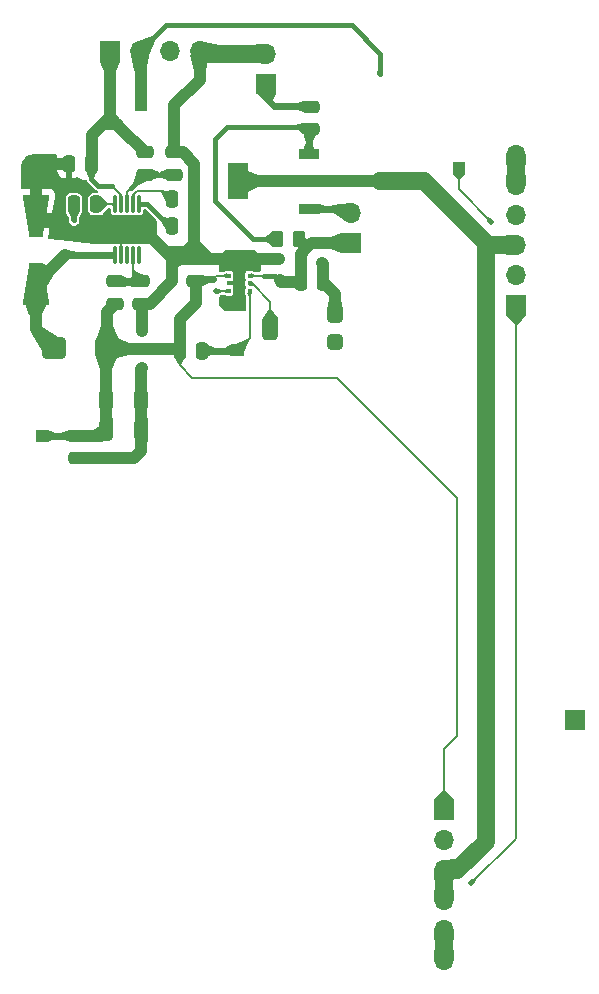
<source format=gbr>
%TF.GenerationSoftware,KiCad,Pcbnew,8.0.8+dfsg-1*%
%TF.CreationDate,2025-07-13T00:35:59+05:30*%
%TF.ProjectId,sanket,73616e6b-6574-42e6-9b69-6361645f7063,4.1*%
%TF.SameCoordinates,Original*%
%TF.FileFunction,Copper,L2,Bot*%
%TF.FilePolarity,Positive*%
%FSLAX46Y46*%
G04 Gerber Fmt 4.6, Leading zero omitted, Abs format (unit mm)*
G04 Created by KiCad (PCBNEW 8.0.8+dfsg-1) date 2025-07-13 00:35:59*
%MOMM*%
%LPD*%
G01*
G04 APERTURE LIST*
G04 Aperture macros list*
%AMRoundRect*
0 Rectangle with rounded corners*
0 $1 Rounding radius*
0 $2 $3 $4 $5 $6 $7 $8 $9 X,Y pos of 4 corners*
0 Add a 4 corners polygon primitive as box body*
4,1,4,$2,$3,$4,$5,$6,$7,$8,$9,$2,$3,0*
0 Add four circle primitives for the rounded corners*
1,1,$1+$1,$2,$3*
1,1,$1+$1,$4,$5*
1,1,$1+$1,$6,$7*
1,1,$1+$1,$8,$9*
0 Add four rect primitives between the rounded corners*
20,1,$1+$1,$2,$3,$4,$5,0*
20,1,$1+$1,$4,$5,$6,$7,0*
20,1,$1+$1,$6,$7,$8,$9,0*
20,1,$1+$1,$8,$9,$2,$3,0*%
%AMOutline4P*
0 Free polygon, 4 corners , with rotation*
0 The origin of the aperture is its center*
0 number of corners: always 4*
0 $1 to $8 corner X, Y*
0 $9 Rotation angle, in degrees counterclockwise*
0 create outline with 4 corners*
4,1,4,$1,$2,$3,$4,$5,$6,$7,$8,$1,$2,$9*%
G04 Aperture macros list end*
%TA.AperFunction,ComponentPad*%
%ADD10R,1.000000X1.000000*%
%TD*%
%TA.AperFunction,ComponentPad*%
%ADD11R,1.700000X1.700000*%
%TD*%
%TA.AperFunction,ComponentPad*%
%ADD12O,1.700000X1.700000*%
%TD*%
%TA.AperFunction,SMDPad,CuDef*%
%ADD13RoundRect,0.250000X0.250000X0.475000X-0.250000X0.475000X-0.250000X-0.475000X0.250000X-0.475000X0*%
%TD*%
%TA.AperFunction,SMDPad,CuDef*%
%ADD14RoundRect,0.250000X0.475000X-0.250000X0.475000X0.250000X-0.475000X0.250000X-0.475000X-0.250000X0*%
%TD*%
%TA.AperFunction,SMDPad,CuDef*%
%ADD15RoundRect,0.250000X-0.750000X-0.650000X0.750000X-0.650000X0.750000X0.650000X-0.750000X0.650000X0*%
%TD*%
%TA.AperFunction,SMDPad,CuDef*%
%ADD16RoundRect,0.250000X-0.250000X-0.475000X0.250000X-0.475000X0.250000X0.475000X-0.250000X0.475000X0*%
%TD*%
%TA.AperFunction,SMDPad,CuDef*%
%ADD17RoundRect,0.250000X-0.475000X0.250000X-0.475000X-0.250000X0.475000X-0.250000X0.475000X0.250000X0*%
%TD*%
%TA.AperFunction,SMDPad,CuDef*%
%ADD18Outline4P,-1.800000X-1.150000X1.800000X-0.550000X1.800000X0.550000X-1.800000X1.150000X90.000000*%
%TD*%
%TA.AperFunction,SMDPad,CuDef*%
%ADD19Outline4P,-1.800000X-1.150000X1.800000X-0.550000X1.800000X0.550000X-1.800000X1.150000X270.000000*%
%TD*%
%TA.AperFunction,SMDPad,CuDef*%
%ADD20RoundRect,0.250000X-0.262500X-0.450000X0.262500X-0.450000X0.262500X0.450000X-0.262500X0.450000X0*%
%TD*%
%TA.AperFunction,SMDPad,CuDef*%
%ADD21RoundRect,0.250000X0.325000X0.650000X-0.325000X0.650000X-0.325000X-0.650000X0.325000X-0.650000X0*%
%TD*%
%TA.AperFunction,SMDPad,CuDef*%
%ADD22RoundRect,0.093750X0.093750X0.106250X-0.093750X0.106250X-0.093750X-0.106250X0.093750X-0.106250X0*%
%TD*%
%TA.AperFunction,HeatsinkPad*%
%ADD23R,1.000000X1.600000*%
%TD*%
%TA.AperFunction,SMDPad,CuDef*%
%ADD24R,1.761200X0.850800*%
%TD*%
%TA.AperFunction,SMDPad,CuDef*%
%ADD25R,1.761200X3.150799*%
%TD*%
%TA.AperFunction,SMDPad,CuDef*%
%ADD26RoundRect,0.075000X-0.075000X0.650000X-0.075000X-0.650000X0.075000X-0.650000X0.075000X0.650000X0*%
%TD*%
%TA.AperFunction,HeatsinkPad*%
%ADD27R,1.880000X1.570000*%
%TD*%
%TA.AperFunction,SMDPad,CuDef*%
%ADD28RoundRect,0.250000X0.400000X-0.400000X0.400000X0.400000X-0.400000X0.400000X-0.400000X-0.400000X0*%
%TD*%
%TA.AperFunction,SMDPad,CuDef*%
%ADD29RoundRect,0.250000X0.400000X-0.750000X0.400000X0.750000X-0.400000X0.750000X-0.400000X-0.750000X0*%
%TD*%
%TA.AperFunction,ViaPad*%
%ADD30C,0.800000*%
%TD*%
%TA.AperFunction,ViaPad*%
%ADD31C,0.500000*%
%TD*%
%TA.AperFunction,Conductor*%
%ADD32C,1.000000*%
%TD*%
%TA.AperFunction,Conductor*%
%ADD33C,0.200000*%
%TD*%
%TA.AperFunction,Conductor*%
%ADD34C,1.500000*%
%TD*%
%TA.AperFunction,Conductor*%
%ADD35C,0.600000*%
%TD*%
%TA.AperFunction,Conductor*%
%ADD36C,0.400000*%
%TD*%
G04 APERTURE END LIST*
D10*
%TO.P,TP4,1,1*%
%TO.N,/3V3*%
X105216100Y-86955000D03*
%TD*%
%TO.P,TP1,1,1*%
%TO.N,/DeployerDetectionSW2OUT*%
X140483900Y-64204600D03*
%TD*%
D11*
%TO.P,J2,1,Pin_1*%
%TO.N,Net-(J2-Pin_1)*%
X124177100Y-57092600D03*
D12*
%TO.P,J2,2,Pin_2*%
%TO.N,GND*%
X124177100Y-54552600D03*
%TD*%
D11*
%TO.P,J6,1,Pin_1*%
%TO.N,Net-(J6-Pin_1)*%
X150339100Y-110940600D03*
%TD*%
D10*
%TO.P,TP3,1,1*%
%TO.N,Net-(U3-\u002AFAULT)*%
X121789500Y-79647800D03*
%TD*%
D11*
%TO.P,J3,1,Pin_1*%
%TO.N,/DeployerDetectionSW1OUT*%
X145361100Y-75853600D03*
D12*
%TO.P,J3,2,Pin_2*%
%TO.N,/DeployerDetectionSW2OUT*%
X145361100Y-73313600D03*
%TO.P,J3,3,Pin_3*%
%TO.N,/BurnWireIN*%
X145361100Y-70773600D03*
%TO.P,J3,4,Pin_4*%
X145361100Y-68233600D03*
%TO.P,J3,5,Pin_5*%
%TO.N,GND*%
X145361100Y-65693600D03*
%TO.P,J3,6,Pin_6*%
X145361100Y-63153600D03*
%TD*%
D11*
%TO.P,J1,1,Pin_1*%
%TO.N,/3V3*%
X139240300Y-118616229D03*
D12*
%TO.P,J1,2,Pin_2*%
%TO.N,/DeployerDetectionSW1OUT*%
X139240300Y-121156229D03*
%TO.P,J1,3,Pin_3*%
%TO.N,/BurnWireIN*%
X139240300Y-123696229D03*
%TO.P,J1,4,Pin_4*%
X139240300Y-126236229D03*
%TO.P,J1,5,Pin_5*%
%TO.N,GND*%
X139240300Y-128776229D03*
%TO.P,J1,6,Pin_6*%
X139240300Y-131316229D03*
%TD*%
D10*
%TO.P,TP2,1,1*%
%TO.N,/TriggerOUT*%
X113551100Y-58898600D03*
%TD*%
D13*
%TO.P,C6,1*%
%TO.N,Net-(U2-BOOT)*%
X109808146Y-67298600D03*
%TO.P,C6,2*%
%TO.N,Net-(D1-K)*%
X107908146Y-67298600D03*
%TD*%
D11*
%TO.P,J4,1,Pin_1*%
%TO.N,/burn*%
X131389100Y-70554600D03*
D12*
%TO.P,J4,2,Pin_2*%
%TO.N,Net-(J4-Pin_2)*%
X131389100Y-68014600D03*
%TD*%
D14*
%TO.P,R7,1*%
%TO.N,Net-(U2-EN)*%
X116408146Y-64798600D03*
%TO.P,R7,2*%
%TO.N,GND*%
X116408146Y-62898600D03*
%TD*%
D15*
%TO.P,L1,1,1*%
%TO.N,Net-(D1-K)*%
X106220346Y-79436600D03*
%TO.P,L1,2,2*%
%TO.N,/3V3*%
X110720346Y-79436600D03*
%TD*%
D16*
%TO.P,R8,1*%
%TO.N,Net-(U2-RT{slash}CLK)*%
X116181100Y-69183000D03*
%TO.P,R8,2*%
%TO.N,GND*%
X118081100Y-69183000D03*
%TD*%
D17*
%TO.P,C10,1*%
%TO.N,GND*%
X118131900Y-71926200D03*
%TO.P,C10,2*%
%TO.N,/3V3*%
X118131900Y-73826200D03*
%TD*%
D18*
%TO.P,D1,1,K*%
%TO.N,Net-(D1-K)*%
X104658146Y-74098600D03*
D19*
%TO.P,D1,2,A*%
%TO.N,GND*%
X104658146Y-68298600D03*
%TD*%
D11*
%TO.P,J5,1,Pin_1*%
%TO.N,/12V*%
X110941100Y-54368600D03*
D12*
%TO.P,J5,2,Pin_2*%
%TO.N,/TriggerOUT*%
X113481100Y-54368600D03*
%TO.P,J5,3,Pin_3*%
%TO.N,/EN*%
X116021100Y-54368600D03*
%TO.P,J5,4,Pin_4*%
%TO.N,GND*%
X118561100Y-54368600D03*
%TD*%
D20*
%TO.P,R4,1*%
%TO.N,Net-(Q1-G)*%
X125144200Y-70249800D03*
%TO.P,R4,2*%
%TO.N,/burn*%
X126969200Y-70249800D03*
%TD*%
D17*
%TO.P,R11,1*%
%TO.N,Net-(U2-VSENSE)*%
X113610700Y-73821000D03*
%TO.P,R11,2*%
%TO.N,GND*%
X113610700Y-75721000D03*
%TD*%
D21*
%TO.P,C7,1*%
%TO.N,GND*%
X113612500Y-83915000D03*
%TO.P,C7,2*%
%TO.N,/3V3*%
X110662500Y-83915000D03*
%TD*%
D22*
%TO.P,U3,1,OUT*%
%TO.N,/burn*%
X122778600Y-73346600D03*
%TO.P,U3,2,ILIM*%
%TO.N,Net-(U3-ILIM)*%
X122778600Y-73996600D03*
%TO.P,U3,3,\u002AFAULT*%
%TO.N,Net-(U3-\u002AFAULT)*%
X122778600Y-74646600D03*
%TO.P,U3,4,EN*%
%TO.N,/EN*%
X121003600Y-74646600D03*
%TO.P,U3,5,GND*%
%TO.N,GND*%
X121003600Y-73996600D03*
%TO.P,U3,6,IN*%
%TO.N,/3V3*%
X121003600Y-73346600D03*
D23*
%TO.P,U3,7,EPAD*%
%TO.N,GND*%
X121891100Y-73996600D03*
%TD*%
D13*
%TO.P,C4,1*%
%TO.N,GND*%
X118101500Y-66897000D03*
%TO.P,C4,2*%
%TO.N,Net-(U2-SS{slash}TR)*%
X116201500Y-66897000D03*
%TD*%
D17*
%TO.P,R6,1*%
%TO.N,/12V*%
X113908146Y-62898600D03*
%TO.P,R6,2*%
%TO.N,Net-(U2-EN)*%
X113908146Y-64798600D03*
%TD*%
D14*
%TO.P,C9,1*%
%TO.N,GND*%
X108162500Y-88815000D03*
%TO.P,C9,2*%
%TO.N,/3V3*%
X108162500Y-86915000D03*
%TD*%
D16*
%TO.P,C3,1*%
%TO.N,GND*%
X107494300Y-63899800D03*
%TO.P,C3,2*%
%TO.N,/12V*%
X109394300Y-63899800D03*
%TD*%
D17*
%TO.P,R3,1*%
%TO.N,Net-(J2-Pin_1)*%
X127987100Y-59038200D03*
%TO.P,R3,2*%
%TO.N,Net-(Q1-G)*%
X127987100Y-60938200D03*
%TD*%
D24*
%TO.P,Q1,1,G*%
%TO.N,Net-(Q1-G)*%
X127810100Y-63073000D03*
%TO.P,Q1,2,D*%
%TO.N,/BurnWireIN*%
X127810100Y-65373000D03*
%TO.P,Q1,3,S*%
%TO.N,Net-(J4-Pin_2)*%
X127810100Y-67673000D03*
D25*
%TO.P,Q1,4,D*%
%TO.N,/BurnWireIN*%
X121760100Y-65373000D03*
%TD*%
D26*
%TO.P,U2,1,BOOT*%
%TO.N,Net-(U2-BOOT)*%
X111408146Y-67298600D03*
%TO.P,U2,2,VIN*%
%TO.N,/12V*%
X111908146Y-67298600D03*
%TO.P,U2,3,EN*%
%TO.N,Net-(U2-EN)*%
X112408146Y-67298600D03*
%TO.P,U2,4,SS/TR*%
%TO.N,Net-(U2-SS{slash}TR)*%
X112908146Y-67298600D03*
%TO.P,U2,5,RT/CLK*%
%TO.N,Net-(U2-RT{slash}CLK)*%
X113408146Y-67298600D03*
%TO.P,U2,6,PWRGD*%
%TO.N,unconnected-(U2-PWRGD-Pad6)*%
X113408146Y-71598600D03*
%TO.P,U2,7,VSENSE*%
%TO.N,Net-(U2-VSENSE)*%
X112908146Y-71598600D03*
%TO.P,U2,8,COMP*%
%TO.N,unconnected-(U2-COMP-Pad8)*%
X112408146Y-71598600D03*
%TO.P,U2,9,GND*%
%TO.N,GND*%
X111908146Y-71598600D03*
%TO.P,U2,10,PH*%
%TO.N,Net-(D1-K)*%
X111408146Y-71598600D03*
D27*
%TO.P,U2,11,GND*%
%TO.N,GND*%
X112408146Y-69448600D03*
%TD*%
D13*
%TO.P,R9,1*%
%TO.N,Net-(U3-\u002AFAULT)*%
X118777100Y-79698600D03*
%TO.P,R9,2*%
%TO.N,/3V3*%
X116877100Y-79698600D03*
%TD*%
D28*
%TO.P,RV1,1,1*%
%TO.N,unconnected-(RV1-Pad1)*%
X130019100Y-78950600D03*
D29*
%TO.P,RV1,2,2*%
%TO.N,Net-(U3-ILIM)*%
X124519100Y-77800600D03*
D28*
%TO.P,RV1,3,3*%
%TO.N,GND*%
X130019100Y-76650600D03*
%TD*%
D21*
%TO.P,C8,1*%
%TO.N,GND*%
X113612500Y-86415000D03*
%TO.P,C8,2*%
%TO.N,/3V3*%
X110662500Y-86415000D03*
%TD*%
D13*
%TO.P,C5,1*%
%TO.N,GND*%
X129003100Y-73856600D03*
%TO.P,C5,2*%
%TO.N,/burn*%
X127103100Y-73856600D03*
%TD*%
D14*
%TO.P,R10,1*%
%TO.N,/3V3*%
X111426300Y-75721000D03*
%TO.P,R10,2*%
%TO.N,Net-(U2-VSENSE)*%
X111426300Y-73821000D03*
%TD*%
D30*
%TO.N,GND*%
X125243900Y-71977000D03*
X113661500Y-81171800D03*
X128901500Y-72281800D03*
X122907100Y-71926200D03*
X113661500Y-78073000D03*
X120875100Y-75787000D03*
X120875100Y-71926200D03*
D31*
%TO.N,/3V3*%
X116877100Y-76991000D03*
%TO.N,Net-(D1-K)*%
X107921100Y-68675000D03*
D30*
X107186146Y-71570600D03*
D31*
%TO.N,/EN*%
X119960700Y-74669400D03*
%TO.N,/DeployerDetectionSW1OUT*%
X141558778Y-124766278D03*
%TO.N,/DeployerDetectionSW2OUT*%
X143227100Y-68776600D03*
%TO.N,/TriggerOUT*%
X133829100Y-56279800D03*
%TD*%
D32*
%TO.N,GND*%
X115464900Y-71088000D02*
X116303100Y-71926200D01*
X118081100Y-71875400D02*
X118131900Y-71926200D01*
X115464900Y-71088000D02*
X115693500Y-71316600D01*
X118101500Y-63866954D02*
X118101500Y-66897000D01*
X118081100Y-70249800D02*
X118081100Y-71875400D01*
X121891100Y-72196600D02*
X121891100Y-73996600D01*
X113612500Y-88159800D02*
X113612500Y-86415000D01*
X118101500Y-69162600D02*
X118081100Y-69183000D01*
X118561100Y-56765000D02*
X118561100Y-54368600D01*
X113825500Y-69448600D02*
X115464900Y-71088000D01*
D33*
X111908146Y-69948600D02*
X112408146Y-69448600D01*
D32*
X113661500Y-75771800D02*
X113610700Y-75721000D01*
X115693500Y-71316600D02*
X117420700Y-71316600D01*
D34*
X124177100Y-54552600D02*
X118745100Y-54552600D01*
X118745100Y-54552600D02*
X118561100Y-54368600D01*
D32*
X119351100Y-71926200D02*
X121620700Y-71926200D01*
X104658146Y-64673554D02*
X104658146Y-68298600D01*
X116252300Y-72485000D02*
X116811100Y-71926200D01*
D33*
X111908146Y-71598600D02*
X111908146Y-69948600D01*
D32*
X116408146Y-58917954D02*
X118561100Y-56765000D01*
X105136146Y-68776600D02*
X104658146Y-68298600D01*
X118081100Y-70656200D02*
X119351100Y-71926200D01*
X107494300Y-63899800D02*
X105431900Y-63899800D01*
X128901500Y-72281800D02*
X129003100Y-72383400D01*
X130019100Y-74872600D02*
X129003100Y-73856600D01*
X118131900Y-71926200D02*
X119351100Y-71926200D01*
X112408146Y-69448600D02*
X113825500Y-69448600D01*
X117420700Y-71316600D02*
X118081100Y-70656200D01*
X117133146Y-62898600D02*
X118101500Y-63866954D01*
X116408146Y-62898600D02*
X117133146Y-62898600D01*
X118081100Y-70656200D02*
X118081100Y-70249800D01*
X116252300Y-71977000D02*
X116303100Y-71926200D01*
X121620700Y-71926200D02*
X125193100Y-71926200D01*
X108162500Y-88815000D02*
X112957300Y-88815000D01*
X116303100Y-71926200D02*
X116811100Y-71926200D01*
X116811100Y-71926200D02*
X118081100Y-70656200D01*
X118101500Y-66897000D02*
X118101500Y-69162600D01*
X116252300Y-73804400D02*
X116252300Y-72789800D01*
X105939900Y-68776600D02*
X105136146Y-68776600D01*
X114335700Y-75721000D02*
X116252300Y-73804400D01*
X113610700Y-75721000D02*
X114335700Y-75721000D01*
X116408146Y-62898600D02*
X116408146Y-58917954D01*
X116252300Y-72789800D02*
X116252300Y-71977000D01*
X112957300Y-88815000D02*
X113612500Y-88159800D01*
X105431900Y-63899800D02*
X104658146Y-64673554D01*
X129003100Y-72383400D02*
X129003100Y-73856600D01*
X125193100Y-71926200D02*
X125243900Y-71977000D01*
X113661500Y-78073000D02*
X113661500Y-75771800D01*
X130019100Y-76650600D02*
X130019100Y-74872600D01*
X113612500Y-81220800D02*
X113612500Y-86415000D01*
X121620700Y-71926200D02*
X121891100Y-72196600D01*
X116252300Y-72789800D02*
X116252300Y-72485000D01*
X113661500Y-81171800D02*
X113612500Y-81220800D01*
X118081100Y-69183000D02*
X118081100Y-70249800D01*
D34*
X139240300Y-128776229D02*
X139240300Y-131316229D01*
D32*
X116811100Y-71926200D02*
X118131900Y-71926200D01*
D34*
X145361100Y-65693600D02*
X145361100Y-63153600D01*
D32*
%TO.N,/3V3*%
X110832346Y-79548600D02*
X116727100Y-79548600D01*
X110162500Y-86915000D02*
X110662500Y-86415000D01*
D33*
X117928700Y-81984600D02*
X130171500Y-81984600D01*
D32*
X116877100Y-79698600D02*
X116877100Y-76991000D01*
X110720346Y-79436600D02*
X110720346Y-76426954D01*
D33*
X139240300Y-113454200D02*
X139240300Y-118616229D01*
D32*
X110720346Y-76426954D02*
X111426300Y-75721000D01*
X108162500Y-86915000D02*
X110162500Y-86915000D01*
X110651700Y-79554200D02*
X110651700Y-86404200D01*
X116727100Y-79548600D02*
X116877100Y-79698600D01*
D33*
X119961488Y-73346600D02*
X121003600Y-73346600D01*
X119661349Y-73646739D02*
X119961488Y-73346600D01*
X116877100Y-80933000D02*
X117928700Y-81984600D01*
D35*
X118131900Y-73826200D02*
X118311361Y-73646739D01*
X105256100Y-86915000D02*
X108162500Y-86915000D01*
D32*
X110651700Y-86404200D02*
X110662500Y-86415000D01*
X118233500Y-75634600D02*
X118233500Y-74009000D01*
D33*
X140382300Y-92195400D02*
X140382300Y-112312200D01*
D32*
X116877100Y-76991000D02*
X118233500Y-75634600D01*
D33*
X116877100Y-79698600D02*
X116877100Y-80933000D01*
X130171500Y-81984600D02*
X140382300Y-92195400D01*
D32*
X105216100Y-86955000D02*
X105256100Y-86915000D01*
D33*
X140382300Y-112312200D02*
X139240300Y-113454200D01*
D35*
X118311361Y-73646739D02*
X119661349Y-73646739D01*
D32*
X110720346Y-79436600D02*
X110832346Y-79548600D01*
D36*
%TO.N,/12V*%
X111095556Y-65728600D02*
X109953100Y-65728600D01*
D32*
X110164777Y-60707877D02*
X110367977Y-60504677D01*
X110941100Y-59931554D02*
X110164777Y-60707877D01*
D36*
X109953100Y-65728600D02*
X109394300Y-65169800D01*
D32*
X111514223Y-60504677D02*
X111847023Y-60837477D01*
X110941100Y-54368600D02*
X110941100Y-59931554D01*
X110941100Y-59931554D02*
X111847023Y-60837477D01*
X109408146Y-61464508D02*
X109408146Y-64298600D01*
X110164777Y-60707877D02*
X109408146Y-61464508D01*
X110367977Y-60504677D02*
X111514223Y-60504677D01*
X111847023Y-60837477D02*
X113908146Y-62898600D01*
D36*
X109394300Y-65169800D02*
X109394300Y-63899800D01*
D33*
X111908146Y-66541190D02*
X111095556Y-65728600D01*
X111908146Y-67298600D02*
X111908146Y-66541190D01*
%TO.N,Net-(U2-SS{slash}TR)*%
X115490300Y-66185800D02*
X116201500Y-66897000D01*
X112908146Y-66541190D02*
X113263536Y-66185800D01*
X112908146Y-67298600D02*
X112908146Y-66541190D01*
X113263536Y-66185800D02*
X115490300Y-66185800D01*
D32*
%TO.N,/burn*%
X127656900Y-70935600D02*
X127555300Y-70935600D01*
X127656900Y-70935600D02*
X128037900Y-70554600D01*
X125461713Y-73856600D02*
X127103100Y-73856600D01*
X126969200Y-70349500D02*
X126969200Y-70249800D01*
X127103100Y-71489400D02*
X127656900Y-70935600D01*
X127555300Y-70935600D02*
X126969200Y-70349500D01*
X128037900Y-70554600D02*
X131389100Y-70554600D01*
D36*
X125360585Y-73755472D02*
X124951713Y-73346600D01*
D32*
X125360585Y-73755472D02*
X125461713Y-73856600D01*
D33*
X123973900Y-73346600D02*
X122778600Y-73346600D01*
D32*
X127103100Y-73856600D02*
X127103100Y-71489400D01*
D36*
X124951713Y-73346600D02*
X123973900Y-73346600D01*
D33*
%TO.N,Net-(D1-K)*%
X107908146Y-68662046D02*
X107921100Y-68675000D01*
D32*
X104658146Y-77874400D02*
X104658146Y-74098600D01*
D36*
X107908146Y-67298600D02*
X107908146Y-68662046D01*
D35*
X107186146Y-71570600D02*
X111258146Y-71570600D01*
D32*
X106220346Y-79436600D02*
X104658146Y-77874400D01*
X107186146Y-71570600D02*
X104658146Y-74098600D01*
D33*
%TO.N,Net-(U2-BOOT)*%
X109808146Y-67298600D02*
X111408146Y-67298600D01*
D35*
%TO.N,Net-(J2-Pin_1)*%
X124177100Y-58311800D02*
X124177100Y-57092600D01*
X124888300Y-59023000D02*
X124177100Y-58311800D01*
X127987100Y-59038200D02*
X127971900Y-59023000D01*
X127971900Y-59023000D02*
X124888300Y-59023000D01*
%TO.N,Net-(J4-Pin_2)*%
X127810100Y-67673000D02*
X131047500Y-67673000D01*
X131047500Y-67673000D02*
X131389100Y-68014600D01*
D33*
%TO.N,/EN*%
X121003600Y-74646600D02*
X119983500Y-74646600D01*
X119983500Y-74646600D02*
X119960700Y-74669400D01*
D36*
%TO.N,Net-(Q1-G)*%
X123093801Y-70249800D02*
X119859100Y-67015099D01*
X120875100Y-60750200D02*
X127810100Y-60750200D01*
D35*
X127810100Y-63073000D02*
X127810100Y-61115200D01*
X127810100Y-61115200D02*
X127987100Y-60938200D01*
D36*
X119859100Y-67015099D02*
X119859100Y-61766200D01*
X119859100Y-61766200D02*
X120875100Y-60750200D01*
X125144200Y-70249800D02*
X123093801Y-70249800D01*
%TO.N,Net-(U2-EN)*%
X112774946Y-65931800D02*
X113908146Y-64798600D01*
D33*
X112408146Y-67298600D02*
X112408146Y-66298600D01*
X112408146Y-66298600D02*
X112774946Y-65931800D01*
D36*
X113908146Y-64798600D02*
X116408146Y-64798600D01*
%TO.N,Net-(U2-RT{slash}CLK)*%
X114113900Y-67298600D02*
X115998300Y-69183000D01*
D33*
X115998300Y-69183000D02*
X116181100Y-69183000D01*
D36*
X113559900Y-67298600D02*
X114113900Y-67298600D01*
D33*
%TO.N,Net-(U3-\u002AFAULT)*%
X122778600Y-78658700D02*
X121789500Y-79647800D01*
D35*
X121738700Y-79698600D02*
X121789500Y-79647800D01*
D33*
X122778600Y-74646600D02*
X122778600Y-78658700D01*
D35*
X118777100Y-79698600D02*
X121738700Y-79698600D01*
D33*
%TO.N,Net-(U2-VSENSE)*%
X112908146Y-71598600D02*
X112908146Y-73118446D01*
X112908146Y-73118446D02*
X113610700Y-73821000D01*
D35*
X113524300Y-73907400D02*
X113610700Y-73821000D01*
X111512700Y-73907400D02*
X113524300Y-73907400D01*
X111426300Y-73821000D02*
X111512700Y-73907400D01*
D33*
%TO.N,Net-(U3-ILIM)*%
X122778600Y-73996600D02*
X122966099Y-73996600D01*
X124519100Y-75549601D02*
X124519100Y-77800600D01*
X122966099Y-73996600D02*
X124519100Y-75549601D01*
%TO.N,/DeployerDetectionSW1OUT*%
X145224456Y-121100600D02*
X145259100Y-121100600D01*
X145259100Y-121100600D02*
X145361100Y-120998600D01*
X141558778Y-124766278D02*
X145224456Y-121100600D01*
X145361100Y-120998600D02*
X145361100Y-75853600D01*
D32*
%TO.N,/BurnWireIN*%
X132559100Y-65373000D02*
X127810100Y-65373000D01*
D34*
X137537500Y-65373000D02*
X142769900Y-70605400D01*
X142769900Y-121303800D02*
X140377471Y-123696229D01*
X140377471Y-123696229D02*
X139240300Y-123696229D01*
X142769900Y-70605400D02*
X142769900Y-121303800D01*
D32*
X127810100Y-65373000D02*
X121760100Y-65373000D01*
D34*
X139240300Y-123696229D02*
X139240300Y-126236229D01*
X142938100Y-70773600D02*
X145361100Y-70773600D01*
X142769900Y-70605400D02*
X142938100Y-70773600D01*
D32*
X133829100Y-65373000D02*
X132559100Y-65373000D01*
D34*
X133829100Y-65373000D02*
X137537500Y-65373000D01*
D33*
%TO.N,/DeployerDetectionSW2OUT*%
X143227100Y-68776600D02*
X140483900Y-66033400D01*
X140483900Y-66033400D02*
X140483900Y-64204600D01*
D32*
%TO.N,/TriggerOUT*%
X113551100Y-54438600D02*
X113481100Y-54368600D01*
D36*
X133829100Y-54552600D02*
X131441500Y-52165000D01*
X131441500Y-52165000D02*
X115744300Y-52165000D01*
D32*
X113551100Y-58898600D02*
X113551100Y-54438600D01*
D36*
X115744300Y-52165000D02*
X113540700Y-54368600D01*
X133829100Y-56279800D02*
X133829100Y-54552600D01*
X113540700Y-54368600D02*
X113481100Y-54368600D01*
%TD*%
%TA.AperFunction,Conductor*%
%TO.N,GND*%
G36*
X106461451Y-63106685D02*
G01*
X106507206Y-63159489D01*
X106517150Y-63228647D01*
X106512117Y-63250005D01*
X106504795Y-63272097D01*
X106504793Y-63272109D01*
X106494300Y-63374813D01*
X106494300Y-63649800D01*
X107370300Y-63649800D01*
X107437339Y-63669485D01*
X107483094Y-63722289D01*
X107494300Y-63773800D01*
X107494300Y-63899800D01*
X107620300Y-63899800D01*
X107687339Y-63919485D01*
X107733094Y-63972289D01*
X107744300Y-64023800D01*
X107744300Y-65124799D01*
X107794272Y-65124799D01*
X107794286Y-65124798D01*
X107896997Y-65114305D01*
X108063419Y-65059158D01*
X108063426Y-65059155D01*
X108099197Y-65037091D01*
X108166589Y-65018650D01*
X108233253Y-65039572D01*
X108244892Y-65048395D01*
X108297112Y-65093058D01*
X108297116Y-65093061D01*
X108473700Y-65190771D01*
X108666308Y-65251035D01*
X108867093Y-65271400D01*
X108918909Y-65271400D01*
X108985948Y-65291085D01*
X109026294Y-65333397D01*
X109073820Y-65415713D01*
X109073821Y-65415714D01*
X109073822Y-65415715D01*
X109628279Y-65970171D01*
X109628289Y-65970182D01*
X109707188Y-66049081D01*
X109722879Y-66058140D01*
X109791241Y-66097608D01*
X109791243Y-66097610D01*
X109798510Y-66101806D01*
X109798512Y-66101806D01*
X109798513Y-66101807D01*
X109900373Y-66129101D01*
X109900375Y-66129101D01*
X109901211Y-66129325D01*
X109960871Y-66165690D01*
X109991400Y-66228538D01*
X109983105Y-66297913D01*
X109938620Y-66351791D01*
X109872067Y-66373065D01*
X109869117Y-66373100D01*
X109503876Y-66373100D01*
X109473446Y-66375953D01*
X109473444Y-66375953D01*
X109345265Y-66420806D01*
X109345263Y-66420807D01*
X109235996Y-66501450D01*
X109155353Y-66610717D01*
X109155352Y-66610719D01*
X109110499Y-66738898D01*
X109110499Y-66738900D01*
X109107646Y-66769330D01*
X109107646Y-67827869D01*
X109110499Y-67858299D01*
X109110499Y-67858301D01*
X109151592Y-67975735D01*
X109155353Y-67986482D01*
X109235996Y-68095750D01*
X109345264Y-68176393D01*
X109378901Y-68188163D01*
X109473445Y-68221246D01*
X109503876Y-68224100D01*
X109503880Y-68224100D01*
X110112416Y-68224100D01*
X110142845Y-68221246D01*
X110142847Y-68221246D01*
X110206936Y-68198819D01*
X110271028Y-68176393D01*
X110380296Y-68095750D01*
X110460939Y-67986482D01*
X110473606Y-67950278D01*
X110513651Y-67894034D01*
X110852155Y-67625900D01*
X110916928Y-67599704D01*
X110929149Y-67599100D01*
X110933647Y-67599100D01*
X111000686Y-67618785D01*
X111046441Y-67671589D01*
X111057647Y-67723100D01*
X111057647Y-67975732D01*
X111072140Y-68048599D01*
X111073631Y-68056095D01*
X111134521Y-68147224D01*
X111171022Y-68171613D01*
X111225651Y-68208115D01*
X111225654Y-68208115D01*
X111225655Y-68208116D01*
X111252679Y-68213491D01*
X111306013Y-68224100D01*
X111510278Y-68224099D01*
X111590641Y-68208115D01*
X111590644Y-68208112D01*
X111601924Y-68203441D01*
X111602522Y-68204886D01*
X111655928Y-68188163D01*
X111714089Y-68204116D01*
X111714369Y-68203442D01*
X111719736Y-68205665D01*
X111723308Y-68206645D01*
X111725497Y-68208051D01*
X111725652Y-68208116D01*
X111779103Y-68218747D01*
X111806013Y-68224100D01*
X112010278Y-68224099D01*
X112090641Y-68208115D01*
X112090644Y-68208112D01*
X112101924Y-68203441D01*
X112102522Y-68204886D01*
X112155928Y-68188163D01*
X112214089Y-68204116D01*
X112214369Y-68203442D01*
X112219736Y-68205665D01*
X112223308Y-68206645D01*
X112225497Y-68208051D01*
X112225652Y-68208116D01*
X112279103Y-68218747D01*
X112306013Y-68224100D01*
X112510278Y-68224099D01*
X112590641Y-68208115D01*
X112590644Y-68208112D01*
X112601924Y-68203441D01*
X112602522Y-68204886D01*
X112655928Y-68188163D01*
X112714089Y-68204116D01*
X112714369Y-68203442D01*
X112719736Y-68205665D01*
X112723308Y-68206645D01*
X112725497Y-68208051D01*
X112725652Y-68208116D01*
X112779103Y-68218747D01*
X112806013Y-68224100D01*
X113010278Y-68224099D01*
X113090641Y-68208115D01*
X113090644Y-68208112D01*
X113101924Y-68203441D01*
X113102522Y-68204886D01*
X113155928Y-68188163D01*
X113214089Y-68204116D01*
X113214369Y-68203442D01*
X113219736Y-68205665D01*
X113223308Y-68206645D01*
X113225497Y-68208051D01*
X113225652Y-68208116D01*
X113279103Y-68218747D01*
X113306013Y-68224100D01*
X113510278Y-68224099D01*
X113590641Y-68208115D01*
X113681770Y-68147224D01*
X113742661Y-68056095D01*
X113758646Y-67975733D01*
X113758646Y-67823100D01*
X113778331Y-67756061D01*
X113831135Y-67710306D01*
X113882646Y-67699100D01*
X113896645Y-67699100D01*
X113963684Y-67718785D01*
X113984326Y-67735419D01*
X114876868Y-68627961D01*
X114910353Y-68689284D01*
X114913181Y-68714472D01*
X114922023Y-69651709D01*
X114921542Y-69663856D01*
X114905824Y-69840715D01*
X114901316Y-69864578D01*
X114853146Y-70029113D01*
X114844074Y-70051638D01*
X114764762Y-70203629D01*
X114751473Y-70223955D01*
X114644061Y-70357570D01*
X114627065Y-70374917D01*
X114495666Y-70485039D01*
X114475617Y-70498739D01*
X114325281Y-70581137D01*
X114302945Y-70590668D01*
X114139425Y-70642188D01*
X114115659Y-70647182D01*
X113939170Y-70666507D01*
X113927036Y-70667237D01*
X113394158Y-70673093D01*
X113392796Y-70673100D01*
X113306007Y-70673100D01*
X113300406Y-70673652D01*
X113289629Y-70674241D01*
X113043242Y-70676949D01*
X113017692Y-70674574D01*
X113010280Y-70673100D01*
X112806015Y-70673100D01*
X112782959Y-70677686D01*
X112760137Y-70680060D01*
X112569421Y-70682156D01*
X112543868Y-70679781D01*
X112516015Y-70674241D01*
X112510279Y-70673100D01*
X112510278Y-70673100D01*
X112306014Y-70673100D01*
X112306012Y-70673101D01*
X112253721Y-70683501D01*
X112230895Y-70685876D01*
X111621771Y-70692569D01*
X111596219Y-70690194D01*
X111545269Y-70680060D01*
X111510279Y-70673100D01*
X111510277Y-70673100D01*
X111306016Y-70673100D01*
X111260488Y-70682156D01*
X111225651Y-70689085D01*
X111225650Y-70689085D01*
X111213673Y-70691468D01*
X111213578Y-70690991D01*
X111182258Y-70697399D01*
X110364953Y-70706381D01*
X110361574Y-70706372D01*
X110312133Y-70705568D01*
X110305379Y-70705273D01*
X110256072Y-70701777D01*
X110252704Y-70701492D01*
X110150794Y-70691468D01*
X109638289Y-70641057D01*
X106756169Y-70357570D01*
X105821346Y-70265620D01*
X105756555Y-70239468D01*
X105716189Y-70182439D01*
X105711171Y-70121830D01*
X105973377Y-68548600D01*
X104782146Y-68548600D01*
X104715107Y-68528915D01*
X104669352Y-68476111D01*
X104658146Y-68424600D01*
X104658146Y-68298600D01*
X104532146Y-68298600D01*
X104465107Y-68278915D01*
X104419352Y-68226111D01*
X104408146Y-68174600D01*
X104408146Y-68048600D01*
X104908146Y-68048600D01*
X106056710Y-68048600D01*
X106056710Y-68048599D01*
X106269921Y-66769330D01*
X107207646Y-66769330D01*
X107207646Y-67827869D01*
X107210499Y-67858294D01*
X107210501Y-67858304D01*
X107232664Y-67921646D01*
X107236917Y-67936838D01*
X107241195Y-67956982D01*
X107349004Y-68208051D01*
X107465545Y-68479456D01*
X107475263Y-68537589D01*
X107467097Y-68647258D01*
X107466689Y-68654461D01*
X107466398Y-68661941D01*
X107466096Y-68661929D01*
X107465939Y-68666132D01*
X107465967Y-68666132D01*
X107465967Y-68674999D01*
X107484402Y-68803225D01*
X107538217Y-68921061D01*
X107538218Y-68921063D01*
X107611724Y-69005895D01*
X107618640Y-69013877D01*
X107623051Y-69018967D01*
X107732031Y-69089004D01*
X107856325Y-69125499D01*
X107856327Y-69125500D01*
X107856328Y-69125500D01*
X107985873Y-69125500D01*
X107985873Y-69125499D01*
X108110169Y-69089004D01*
X108219149Y-69018967D01*
X108303982Y-68921063D01*
X108357797Y-68803226D01*
X108376233Y-68675000D01*
X108374321Y-68661710D01*
X108373614Y-68642164D01*
X108373482Y-68642168D01*
X108373313Y-68636090D01*
X108373314Y-68636081D01*
X108357103Y-68507998D01*
X108366181Y-68443508D01*
X108575097Y-67956982D01*
X108585594Y-67925896D01*
X108586500Y-67922284D01*
X108588753Y-67910810D01*
X108593385Y-67893752D01*
X108605792Y-67858299D01*
X108608646Y-67827866D01*
X108608646Y-66769334D01*
X108605792Y-66738901D01*
X108605792Y-66738900D01*
X108605792Y-66738898D01*
X108572152Y-66642763D01*
X108560939Y-66610718D01*
X108480296Y-66501450D01*
X108371028Y-66420807D01*
X108371026Y-66420806D01*
X108242846Y-66375953D01*
X108212416Y-66373100D01*
X108212412Y-66373100D01*
X107603880Y-66373100D01*
X107603876Y-66373100D01*
X107573446Y-66375953D01*
X107573444Y-66375953D01*
X107445265Y-66420806D01*
X107445263Y-66420807D01*
X107335996Y-66501450D01*
X107255353Y-66610717D01*
X107255352Y-66610719D01*
X107210499Y-66738898D01*
X107210499Y-66738900D01*
X107207646Y-66769330D01*
X106269921Y-66769330D01*
X106312299Y-66515060D01*
X106312302Y-66515037D01*
X106313255Y-66504250D01*
X106313255Y-66504238D01*
X106294386Y-66361713D01*
X106294384Y-66361705D01*
X106236123Y-66230264D01*
X106143190Y-66120560D01*
X106143188Y-66120558D01*
X106023109Y-66041479D01*
X106023109Y-66041478D01*
X105885627Y-65999436D01*
X105885617Y-65999434D01*
X105874801Y-65998600D01*
X104908146Y-65998600D01*
X104908146Y-68048600D01*
X104408146Y-68048600D01*
X104408146Y-65998600D01*
X103574700Y-65998600D01*
X103507661Y-65978915D01*
X103461906Y-65926111D01*
X103450700Y-65874600D01*
X103450700Y-64424786D01*
X106494301Y-64424786D01*
X106504794Y-64527497D01*
X106559941Y-64693919D01*
X106559943Y-64693924D01*
X106651984Y-64843145D01*
X106775954Y-64967115D01*
X106925175Y-65059156D01*
X106925180Y-65059158D01*
X107091602Y-65114305D01*
X107091609Y-65114306D01*
X107194319Y-65124799D01*
X107244299Y-65124798D01*
X107244300Y-65124798D01*
X107244300Y-64149800D01*
X106494301Y-64149800D01*
X106494301Y-64424786D01*
X103450700Y-64424786D01*
X103450700Y-64093092D01*
X103451297Y-64080938D01*
X103468718Y-63904056D01*
X103473457Y-63880232D01*
X103523277Y-63715994D01*
X103532575Y-63693549D01*
X103613475Y-63542195D01*
X103626972Y-63521995D01*
X103735849Y-63389328D01*
X103753028Y-63372149D01*
X103885695Y-63263272D01*
X103905895Y-63249775D01*
X104057249Y-63168875D01*
X104079694Y-63159577D01*
X104243932Y-63109757D01*
X104267756Y-63105018D01*
X104444639Y-63087597D01*
X104456793Y-63087000D01*
X106394412Y-63087000D01*
X106461451Y-63106685D01*
G37*
%TD.AperFunction*%
%TD*%
%TA.AperFunction,Conductor*%
%TO.N,GND*%
G36*
X123235577Y-71183885D02*
G01*
X123256219Y-71200519D01*
X123683581Y-71627881D01*
X123717066Y-71689204D01*
X123719900Y-71715562D01*
X123719900Y-72922100D01*
X123700215Y-72989139D01*
X123647411Y-73034894D01*
X123595900Y-73046100D01*
X123225967Y-73046100D01*
X123183075Y-73038446D01*
X123173440Y-73034894D01*
X122995572Y-72969321D01*
X122988955Y-72967787D01*
X122966856Y-72960421D01*
X122940887Y-72948954D01*
X122940889Y-72948954D01*
X122916285Y-72946100D01*
X122640923Y-72946100D01*
X122640914Y-72946101D01*
X122616313Y-72948954D01*
X122616309Y-72948955D01*
X122515678Y-72993388D01*
X122437889Y-73071177D01*
X122393454Y-73171812D01*
X122390600Y-73196411D01*
X122390600Y-73496776D01*
X122390601Y-73496785D01*
X122393454Y-73521386D01*
X122393455Y-73521390D01*
X122437664Y-73621513D01*
X122446736Y-73690791D01*
X122437665Y-73721685D01*
X122393454Y-73821813D01*
X122390600Y-73846411D01*
X122390600Y-74146776D01*
X122390601Y-74146785D01*
X122393454Y-74171386D01*
X122393455Y-74171390D01*
X122437664Y-74271513D01*
X122446736Y-74340791D01*
X122437665Y-74371685D01*
X122393454Y-74471813D01*
X122390600Y-74496411D01*
X122390600Y-74796776D01*
X122390601Y-74796785D01*
X122393454Y-74821386D01*
X122393455Y-74821390D01*
X122396058Y-74827285D01*
X122403563Y-74854614D01*
X122404159Y-74854482D01*
X122405478Y-74860428D01*
X122467394Y-75049477D01*
X122471939Y-75063352D01*
X122478100Y-75101952D01*
X122478100Y-76221800D01*
X122458415Y-76288839D01*
X122405611Y-76334594D01*
X122354100Y-76345800D01*
X120766062Y-76345800D01*
X120699023Y-76326115D01*
X120678381Y-76309481D01*
X120251019Y-75882119D01*
X120217534Y-75820796D01*
X120214700Y-75794438D01*
X120214700Y-75144810D01*
X120234385Y-75077771D01*
X120287189Y-75032016D01*
X120294157Y-75029086D01*
X120485831Y-74955364D01*
X120530345Y-74947100D01*
X120556234Y-74947100D01*
X120599125Y-74954753D01*
X120786627Y-75023878D01*
X120793243Y-75025411D01*
X120815339Y-75032777D01*
X120841311Y-75044245D01*
X120841314Y-75044246D01*
X120865915Y-75047100D01*
X121141284Y-75047099D01*
X121165886Y-75044246D01*
X121266522Y-74999811D01*
X121344311Y-74922022D01*
X121388746Y-74821386D01*
X121391600Y-74796785D01*
X121391599Y-74686617D01*
X121411283Y-74619580D01*
X121440113Y-74588243D01*
X121520815Y-74526318D01*
X121615991Y-74402283D01*
X121615991Y-74402282D01*
X121675815Y-74257853D01*
X121675816Y-74257848D01*
X121685526Y-74184100D01*
X121127600Y-74184100D01*
X121060561Y-74164415D01*
X121014806Y-74111611D01*
X121003600Y-74060100D01*
X121003600Y-73933100D01*
X121023285Y-73866061D01*
X121076089Y-73820306D01*
X121127600Y-73809100D01*
X121685525Y-73809100D01*
X121685525Y-73809099D01*
X121675816Y-73735351D01*
X121675815Y-73735346D01*
X121615991Y-73590917D01*
X121615991Y-73590916D01*
X121520814Y-73466881D01*
X121440112Y-73404955D01*
X121398910Y-73348527D01*
X121391599Y-73306580D01*
X121391599Y-73196423D01*
X121391599Y-73196416D01*
X121388746Y-73171814D01*
X121357340Y-73100687D01*
X121344311Y-73071178D01*
X121266522Y-72993389D01*
X121165887Y-72948954D01*
X121141285Y-72946100D01*
X120865923Y-72946100D01*
X120865914Y-72946101D01*
X120841313Y-72948954D01*
X120841311Y-72948954D01*
X120814728Y-72960692D01*
X120792384Y-72967271D01*
X120792518Y-72967785D01*
X120786633Y-72969318D01*
X120599123Y-73038446D01*
X120556231Y-73046100D01*
X120338700Y-73046100D01*
X120271661Y-73026415D01*
X120225906Y-72973611D01*
X120214700Y-72922100D01*
X120214700Y-71715562D01*
X120234385Y-71648523D01*
X120251019Y-71627881D01*
X120678381Y-71200519D01*
X120739704Y-71167034D01*
X120766062Y-71164200D01*
X123168538Y-71164200D01*
X123235577Y-71183885D01*
G37*
%TD.AperFunction*%
%TD*%
%TA.AperFunction,Conductor*%
%TO.N,/12V*%
G36*
X110949366Y-54375876D02*
G01*
X111785591Y-55213084D01*
X111789013Y-55221359D01*
X111788132Y-55225807D01*
X111444083Y-56061355D01*
X111437764Y-56067700D01*
X111433264Y-56068600D01*
X110448936Y-56068600D01*
X110440663Y-56065173D01*
X110438117Y-56061355D01*
X110339817Y-55822627D01*
X110094067Y-55225805D01*
X110094086Y-55216852D01*
X110096604Y-55213088D01*
X110932823Y-54375886D01*
X110941093Y-54372455D01*
X110949366Y-54375876D01*
G37*
%TD.AperFunction*%
%TD*%
%TA.AperFunction,Conductor*%
%TO.N,/DeployerDetectionSW1OUT*%
G36*
X145369366Y-75860876D02*
G01*
X146203337Y-76695828D01*
X146206759Y-76704102D01*
X146203832Y-76711836D01*
X145464593Y-77549641D01*
X145456550Y-77553577D01*
X145455820Y-77553600D01*
X145266380Y-77553600D01*
X145258107Y-77550173D01*
X145257607Y-77549641D01*
X144518367Y-76711836D01*
X144515463Y-76703365D01*
X144518860Y-76695830D01*
X145352823Y-75860886D01*
X145361093Y-75857455D01*
X145369366Y-75860876D01*
G37*
%TD.AperFunction*%
%TD*%
%TA.AperFunction,Conductor*%
%TO.N,Net-(U3-ILIM)*%
G36*
X122968777Y-73875570D02*
G01*
X123160338Y-74050217D01*
X123164143Y-74058323D01*
X123161101Y-74066746D01*
X123160728Y-74067136D01*
X123031460Y-74196404D01*
X123023187Y-74199831D01*
X123023036Y-74199830D01*
X122784151Y-74196752D01*
X122775923Y-74193219D01*
X122772603Y-74184902D01*
X122772607Y-74184726D01*
X122777726Y-74001835D01*
X122781383Y-73993663D01*
X122782784Y-73992528D01*
X122954265Y-73874575D01*
X122963022Y-73872711D01*
X122968777Y-73875570D01*
G37*
%TD.AperFunction*%
%TD*%
%TA.AperFunction,Conductor*%
%TO.N,Net-(U2-VSENSE)*%
G36*
X113009373Y-73364972D02*
G01*
X113011777Y-73366377D01*
X113325975Y-73604477D01*
X113601263Y-73813091D01*
X113605787Y-73820819D01*
X113603522Y-73829482D01*
X113602671Y-73830483D01*
X113139901Y-74316586D01*
X113131715Y-74320215D01*
X113129675Y-74320087D01*
X112395648Y-74208906D01*
X112387981Y-74204279D01*
X112385700Y-74197338D01*
X112385700Y-73615360D01*
X112389127Y-73607087D01*
X112393101Y-73604479D01*
X113000420Y-73364821D01*
X113009373Y-73364972D01*
G37*
%TD.AperFunction*%
%TD*%
%TA.AperFunction,Conductor*%
%TO.N,/EN*%
G36*
X120866658Y-74462490D02*
G01*
X120871164Y-74466157D01*
X120999455Y-74639643D01*
X121001619Y-74648333D01*
X120999455Y-74653557D01*
X120871164Y-74827042D01*
X120863490Y-74831656D01*
X120857710Y-74831063D01*
X120636253Y-74749421D01*
X120629676Y-74743344D01*
X120628600Y-74738443D01*
X120628600Y-74554756D01*
X120632027Y-74546483D01*
X120636250Y-74543779D01*
X120857710Y-74462136D01*
X120866658Y-74462490D01*
G37*
%TD.AperFunction*%
%TD*%
%TA.AperFunction,Conductor*%
%TO.N,Net-(D1-K)*%
G36*
X105078570Y-77584783D02*
G01*
X106584781Y-78531348D01*
X106589963Y-78538651D01*
X106589370Y-78545721D01*
X106223248Y-79431992D01*
X106216922Y-79438330D01*
X106215504Y-79438815D01*
X105228876Y-79707072D01*
X105219993Y-79705936D01*
X105215785Y-79701820D01*
X104368286Y-78294764D01*
X104366954Y-78285911D01*
X104370034Y-78280458D01*
X105064076Y-77586416D01*
X105072348Y-77582990D01*
X105078570Y-77584783D01*
G37*
%TD.AperFunction*%
%TD*%
%TA.AperFunction,Conductor*%
%TO.N,GND*%
G36*
X146198707Y-63153585D02*
G01*
X146206975Y-63157022D01*
X146210392Y-63165299D01*
X146210372Y-63165972D01*
X146111748Y-64842587D01*
X146107841Y-64850645D01*
X146100068Y-64853600D01*
X144622132Y-64853600D01*
X144613859Y-64850173D01*
X144610452Y-64842587D01*
X144511827Y-63165970D01*
X144514762Y-63157512D01*
X144522820Y-63153605D01*
X144523478Y-63153585D01*
X145361100Y-63152600D01*
X146198707Y-63153585D01*
G37*
%TD.AperFunction*%
%TD*%
%TA.AperFunction,Conductor*%
%TO.N,Net-(Q1-G)*%
G36*
X128109624Y-62225627D02*
G01*
X128112574Y-62230592D01*
X128233537Y-62640942D01*
X128232589Y-62649846D01*
X128230597Y-62652513D01*
X127818383Y-63065697D01*
X127810114Y-63069134D01*
X127801837Y-63065717D01*
X127801817Y-63065697D01*
X127389602Y-62652513D01*
X127386185Y-62644236D01*
X127386661Y-62640946D01*
X127507626Y-62230591D01*
X127513253Y-62223625D01*
X127518849Y-62222200D01*
X128101351Y-62222200D01*
X128109624Y-62225627D01*
G37*
%TD.AperFunction*%
%TD*%
%TA.AperFunction,Conductor*%
%TO.N,/3V3*%
G36*
X116884632Y-79706820D02*
G01*
X116886053Y-79708241D01*
X117352768Y-80262969D01*
X117355472Y-80271505D01*
X117353926Y-80276388D01*
X116980485Y-80917787D01*
X116973361Y-80923212D01*
X116970374Y-80923600D01*
X116783826Y-80923600D01*
X116775553Y-80920173D01*
X116773715Y-80917787D01*
X116400272Y-80276386D01*
X116399072Y-80267514D01*
X116401429Y-80262972D01*
X116868147Y-79708240D01*
X116876096Y-79704116D01*
X116884632Y-79706820D01*
G37*
%TD.AperFunction*%
%TD*%
%TA.AperFunction,Conductor*%
%TO.N,Net-(U3-\u002AFAULT)*%
G36*
X122577943Y-78729137D02*
G01*
X122708162Y-78859356D01*
X122711589Y-78867629D01*
X122710643Y-78872238D01*
X122294045Y-79844300D01*
X122287636Y-79850554D01*
X122278832Y-79850508D01*
X121793295Y-79650362D01*
X121786952Y-79644041D01*
X121786937Y-79644004D01*
X121586791Y-79158467D01*
X121586806Y-79149512D01*
X121592997Y-79143255D01*
X122565062Y-78726655D01*
X122574015Y-78726547D01*
X122577943Y-78729137D01*
G37*
%TD.AperFunction*%
%TD*%
%TA.AperFunction,Conductor*%
%TO.N,Net-(U2-BOOT)*%
G36*
X111260243Y-67151513D02*
G01*
X111263257Y-67153677D01*
X111400789Y-67290299D01*
X111404243Y-67298561D01*
X111400844Y-67306846D01*
X111400789Y-67306901D01*
X111263257Y-67443522D01*
X111254972Y-67446921D01*
X111251311Y-67446321D01*
X111116146Y-67401266D01*
X111109381Y-67395398D01*
X111108146Y-67390166D01*
X111108146Y-67207033D01*
X111111573Y-67198760D01*
X111116144Y-67195933D01*
X111251311Y-67150878D01*
X111260243Y-67151513D01*
G37*
%TD.AperFunction*%
%TD*%
%TA.AperFunction,Conductor*%
%TO.N,Net-(J2-Pin_1)*%
G36*
X124184671Y-57100267D02*
G01*
X124185611Y-57101111D01*
X125020643Y-57936143D01*
X125024070Y-57944416D01*
X125022406Y-57950431D01*
X124729948Y-58438408D01*
X124728185Y-58440666D01*
X124313751Y-58855100D01*
X124305478Y-58858527D01*
X124297205Y-58855100D01*
X124296704Y-58854567D01*
X123498675Y-57949991D01*
X123495772Y-57941520D01*
X123498331Y-57934919D01*
X124168224Y-57102049D01*
X124176077Y-57097752D01*
X124184671Y-57100267D01*
G37*
%TD.AperFunction*%
%TD*%
%TA.AperFunction,Conductor*%
%TO.N,/3V3*%
G36*
X111220834Y-77640027D02*
G01*
X111223353Y-77643781D01*
X111617210Y-78584443D01*
X111617244Y-78593398D01*
X111614430Y-78597489D01*
X110728358Y-79430071D01*
X110719982Y-79433238D01*
X110712334Y-79430071D01*
X109826261Y-78597489D01*
X109822579Y-78589326D01*
X109823481Y-78584443D01*
X110217339Y-77643781D01*
X110223695Y-77637474D01*
X110228131Y-77636600D01*
X111212561Y-77636600D01*
X111220834Y-77640027D01*
G37*
%TD.AperFunction*%
%TD*%
%TA.AperFunction,Conductor*%
%TO.N,/BurnWireIN*%
G36*
X145357187Y-69927262D02*
G01*
X145361094Y-69935320D01*
X145361114Y-69935993D01*
X145362100Y-70773600D01*
X145362100Y-70773628D01*
X145361114Y-71611206D01*
X145357677Y-71619475D01*
X145349400Y-71622892D01*
X145348727Y-71622872D01*
X143672113Y-71524247D01*
X143664055Y-71520340D01*
X143661100Y-71512567D01*
X143661100Y-70034632D01*
X143664527Y-70026359D01*
X143672112Y-70022952D01*
X145348729Y-69924327D01*
X145357187Y-69927262D01*
G37*
%TD.AperFunction*%
%TD*%
%TA.AperFunction,Conductor*%
%TO.N,/EN*%
G36*
X120447521Y-74544261D02*
G01*
X120454612Y-74549730D01*
X120456165Y-74555555D01*
X120456165Y-74738564D01*
X120452738Y-74746837D01*
X120448665Y-74749484D01*
X120066976Y-74896290D01*
X120058024Y-74896062D01*
X120051983Y-74889887D01*
X119961589Y-74673915D01*
X119961557Y-74664963D01*
X120052414Y-74447882D01*
X120058770Y-74441574D01*
X120066261Y-74441106D01*
X120447521Y-74544261D01*
G37*
%TD.AperFunction*%
%TD*%
%TA.AperFunction,Conductor*%
%TO.N,GND*%
G36*
X112007065Y-70727027D02*
G01*
X112010205Y-70732725D01*
X112051873Y-70917399D01*
X112051905Y-70922404D01*
X111919591Y-71545686D01*
X111914521Y-71553067D01*
X111905716Y-71554701D01*
X111898335Y-71549631D01*
X111896701Y-71545686D01*
X111871030Y-71424762D01*
X111764386Y-70922400D01*
X111764417Y-70917403D01*
X111806087Y-70732724D01*
X111811251Y-70725409D01*
X111817500Y-70723600D01*
X111998792Y-70723600D01*
X112007065Y-70727027D01*
G37*
%TD.AperFunction*%
%TD*%
%TA.AperFunction,Conductor*%
%TO.N,/BurnWireIN*%
G36*
X140248264Y-122771111D02*
G01*
X140248932Y-122771729D01*
X141292935Y-123815732D01*
X141296362Y-123824005D01*
X141292935Y-123832278D01*
X141288772Y-123834959D01*
X139576160Y-124477557D01*
X139567211Y-124477255D01*
X139561245Y-124471092D01*
X139240488Y-123699091D01*
X139239594Y-123694599D01*
X139240291Y-122857042D01*
X139243725Y-122848773D01*
X139251080Y-122845388D01*
X140239751Y-122768337D01*
X140248264Y-122771111D01*
G37*
%TD.AperFunction*%
%TD*%
%TA.AperFunction,Conductor*%
%TO.N,/3V3*%
G36*
X111149396Y-84943427D02*
G01*
X111152764Y-84950524D01*
X111232072Y-85735289D01*
X111229494Y-85743864D01*
X111229374Y-85744009D01*
X110671239Y-86405640D01*
X110663285Y-86409754D01*
X110654752Y-86407039D01*
X110653527Y-86405841D01*
X110090780Y-85768713D01*
X110087871Y-85760244D01*
X110087884Y-85760060D01*
X110089145Y-85743864D01*
X110150860Y-84950791D01*
X110154919Y-84942810D01*
X110162525Y-84940000D01*
X111141123Y-84940000D01*
X111149396Y-84943427D01*
G37*
%TD.AperFunction*%
%TD*%
%TA.AperFunction,Conductor*%
%TO.N,Net-(Q1-G)*%
G36*
X124650569Y-69743884D02*
G01*
X125137203Y-70241621D01*
X125140536Y-70249932D01*
X125137203Y-70257979D01*
X124650569Y-70755715D01*
X124642335Y-70759235D01*
X124636218Y-70757589D01*
X124124915Y-70453202D01*
X124119559Y-70446026D01*
X124119200Y-70443149D01*
X124119200Y-70056450D01*
X124122627Y-70048177D01*
X124124910Y-70046400D01*
X124636220Y-69742009D01*
X124645080Y-69740722D01*
X124650569Y-69743884D01*
G37*
%TD.AperFunction*%
%TD*%
%TA.AperFunction,Conductor*%
%TO.N,Net-(U2-VSENSE)*%
G36*
X112917957Y-71647568D02*
G01*
X112919591Y-71651513D01*
X113051905Y-72274795D01*
X113051873Y-72279800D01*
X113010205Y-72464475D01*
X113005041Y-72471791D01*
X112998792Y-72473600D01*
X112817500Y-72473600D01*
X112809227Y-72470173D01*
X112806087Y-72464475D01*
X112764417Y-72279796D01*
X112764386Y-72274799D01*
X112896701Y-71651512D01*
X112901771Y-71644132D01*
X112910576Y-71642498D01*
X112917957Y-71647568D01*
G37*
%TD.AperFunction*%
%TD*%
%TA.AperFunction,Conductor*%
%TO.N,Net-(J4-Pin_2)*%
G36*
X131384568Y-67168636D02*
G01*
X131389020Y-67176406D01*
X131389115Y-67177881D01*
X131390097Y-68012257D01*
X131389202Y-68016760D01*
X131069160Y-68787041D01*
X131062821Y-68793366D01*
X131053866Y-68793357D01*
X131052076Y-68792424D01*
X130512680Y-68449092D01*
X129770124Y-67976448D01*
X129764984Y-67969115D01*
X129764706Y-67966578D01*
X129764706Y-67383294D01*
X129768133Y-67375021D01*
X129774914Y-67371690D01*
X131375926Y-67166290D01*
X131384568Y-67168636D01*
G37*
%TD.AperFunction*%
%TD*%
%TA.AperFunction,Conductor*%
%TO.N,Net-(J2-Pin_1)*%
G36*
X127419475Y-58559993D02*
G01*
X127421019Y-58561092D01*
X127977458Y-59029247D01*
X127981583Y-59037196D01*
X127978879Y-59045732D01*
X127977458Y-59047153D01*
X127421265Y-59515100D01*
X127412729Y-59517804D01*
X127410373Y-59517354D01*
X126770440Y-59325500D01*
X126763499Y-59319842D01*
X126762100Y-59314293D01*
X126762100Y-58732105D01*
X126765527Y-58723832D01*
X126770924Y-58720764D01*
X127410614Y-58558703D01*
X127419475Y-58559993D01*
G37*
%TD.AperFunction*%
%TD*%
%TA.AperFunction,Conductor*%
%TO.N,/3V3*%
G36*
X111621282Y-78591045D02*
G01*
X112613519Y-79045473D01*
X112619613Y-79052032D01*
X112620346Y-79056109D01*
X112620346Y-80039510D01*
X112616919Y-80047783D01*
X112611538Y-80050847D01*
X111572621Y-80315885D01*
X111563758Y-80314609D01*
X111561293Y-80312655D01*
X111309678Y-80050847D01*
X110727504Y-79445089D01*
X110724243Y-79436751D01*
X110727834Y-79428547D01*
X111608360Y-78593194D01*
X111616720Y-78589987D01*
X111621282Y-78591045D01*
G37*
%TD.AperFunction*%
%TD*%
%TA.AperFunction,Conductor*%
%TO.N,/TriggerOUT*%
G36*
X114317314Y-54368583D02*
G01*
X114325582Y-54372020D01*
X114328999Y-54380297D01*
X114328841Y-54382200D01*
X114052725Y-56044893D01*
X114047989Y-56052493D01*
X114041183Y-56054676D01*
X113060137Y-56054676D01*
X113051864Y-56051249D01*
X113048817Y-56045932D01*
X113035639Y-55995463D01*
X112698374Y-54703732D01*
X112699599Y-54694863D01*
X112705202Y-54689975D01*
X113478943Y-54368496D01*
X113483438Y-54367602D01*
X114317314Y-54368583D01*
G37*
%TD.AperFunction*%
%TD*%
%TA.AperFunction,Conductor*%
%TO.N,Net-(U2-VSENSE)*%
G36*
X113010561Y-72911935D02*
G01*
X113250406Y-73028012D01*
X113845211Y-73315881D01*
X113851165Y-73322569D01*
X113850645Y-73331509D01*
X113850624Y-73331553D01*
X113614535Y-73814159D01*
X113607821Y-73820085D01*
X113602092Y-73820557D01*
X112894535Y-73702017D01*
X112886942Y-73697270D01*
X112884824Y-73691621D01*
X112847927Y-73315881D01*
X112809407Y-72923608D01*
X112812009Y-72915041D01*
X112819908Y-72910822D01*
X112821051Y-72910766D01*
X113005464Y-72910766D01*
X113010561Y-72911935D01*
G37*
%TD.AperFunction*%
%TD*%
%TA.AperFunction,Conductor*%
%TO.N,/TriggerOUT*%
G36*
X134026785Y-55783227D02*
G01*
X134030154Y-55790336D01*
X134077818Y-56266987D01*
X134075231Y-56275560D01*
X134067340Y-56279793D01*
X134066223Y-56279851D01*
X133829147Y-56280799D01*
X133829053Y-56280799D01*
X133591976Y-56279851D01*
X133583717Y-56276391D01*
X133580323Y-56268104D01*
X133580381Y-56266987D01*
X133628046Y-55790336D01*
X133632279Y-55782445D01*
X133639688Y-55779800D01*
X134018512Y-55779800D01*
X134026785Y-55783227D01*
G37*
%TD.AperFunction*%
%TD*%
%TA.AperFunction,Conductor*%
%TO.N,/12V*%
G36*
X109401832Y-63908020D02*
G01*
X109403253Y-63909441D01*
X109870625Y-64464951D01*
X109873329Y-64473487D01*
X109872423Y-64477099D01*
X109597342Y-65117716D01*
X109590929Y-65123966D01*
X109586591Y-65124800D01*
X109202009Y-65124800D01*
X109193736Y-65121373D01*
X109191258Y-65117716D01*
X108916176Y-64477099D01*
X108916061Y-64468145D01*
X108917974Y-64464951D01*
X109385347Y-63909441D01*
X109393296Y-63905316D01*
X109401832Y-63908020D01*
G37*
%TD.AperFunction*%
%TD*%
%TA.AperFunction,Conductor*%
%TO.N,/burn*%
G36*
X122924489Y-73162136D02*
G01*
X123145948Y-73243779D01*
X123152524Y-73249855D01*
X123153600Y-73254756D01*
X123153600Y-73438443D01*
X123150173Y-73446716D01*
X123145947Y-73449421D01*
X122924489Y-73531063D01*
X122915541Y-73530709D01*
X122911035Y-73527042D01*
X122853635Y-73449421D01*
X122782743Y-73353555D01*
X122780580Y-73344867D01*
X122782743Y-73339644D01*
X122911035Y-73166156D01*
X122918709Y-73161543D01*
X122924489Y-73162136D01*
G37*
%TD.AperFunction*%
%TD*%
%TA.AperFunction,Conductor*%
%TO.N,/DeployerDetectionSW2OUT*%
G36*
X142951832Y-68356204D02*
G01*
X143313184Y-68540734D01*
X143318993Y-68547548D01*
X143318688Y-68555591D01*
X143229664Y-68772776D01*
X143223355Y-68779131D01*
X143223276Y-68779164D01*
X143006091Y-68868188D01*
X142997136Y-68868155D01*
X142991234Y-68862684D01*
X142806704Y-68501333D01*
X142805994Y-68492408D01*
X142808850Y-68487742D01*
X142938241Y-68358351D01*
X142946513Y-68354925D01*
X142951832Y-68356204D01*
G37*
%TD.AperFunction*%
%TD*%
%TA.AperFunction,Conductor*%
%TO.N,/3V3*%
G36*
X110093907Y-86042496D02*
G01*
X110654220Y-86408931D01*
X110659268Y-86416327D01*
X110657937Y-86424592D01*
X110180043Y-87248694D01*
X110172929Y-87254132D01*
X110172691Y-87254193D01*
X109526969Y-87411475D01*
X109518120Y-87410103D01*
X109512832Y-87402876D01*
X109512500Y-87400107D01*
X109512500Y-86421322D01*
X109515927Y-86413049D01*
X109517783Y-86411538D01*
X110081095Y-86042501D01*
X110089892Y-86040835D01*
X110093907Y-86042496D01*
G37*
%TD.AperFunction*%
%TD*%
%TA.AperFunction,Conductor*%
%TO.N,Net-(U3-\u002AFAULT)*%
G36*
X119279301Y-79201441D02*
G01*
X119769708Y-79395672D01*
X119776138Y-79401905D01*
X119777100Y-79406550D01*
X119777100Y-79990649D01*
X119773673Y-79998922D01*
X119769708Y-80001527D01*
X119279304Y-80195757D01*
X119270351Y-80195617D01*
X119266690Y-80193119D01*
X119044568Y-79969218D01*
X118784273Y-79706839D01*
X118780880Y-79698553D01*
X118784273Y-79690360D01*
X119266690Y-79204079D01*
X119274949Y-79200620D01*
X119279301Y-79201441D01*
G37*
%TD.AperFunction*%
%TD*%
%TA.AperFunction,Conductor*%
%TO.N,Net-(U3-\u002AFAULT)*%
G36*
X121295204Y-79177993D02*
G01*
X121781775Y-79639524D01*
X121785419Y-79647704D01*
X121782212Y-79656065D01*
X121781988Y-79656294D01*
X121294432Y-80142877D01*
X121286155Y-80146296D01*
X121282821Y-80145807D01*
X120797854Y-80001092D01*
X120790907Y-79995443D01*
X120789500Y-79989881D01*
X120789500Y-79406150D01*
X120792927Y-79397877D01*
X120796378Y-79395490D01*
X121282334Y-79175820D01*
X121291283Y-79175536D01*
X121295204Y-79177993D01*
G37*
%TD.AperFunction*%
%TD*%
%TA.AperFunction,Conductor*%
%TO.N,GND*%
G36*
X118574741Y-53520929D02*
G01*
X120214770Y-53800938D01*
X120222348Y-53805708D01*
X120224500Y-53812471D01*
X120224500Y-55290294D01*
X120221073Y-55298567D01*
X120212800Y-55301994D01*
X120212210Y-55301979D01*
X118572196Y-55219160D01*
X118564106Y-55215320D01*
X118561086Y-55207491D01*
X118560100Y-54368600D01*
X118561083Y-53532447D01*
X118564520Y-53524180D01*
X118572797Y-53520763D01*
X118574741Y-53520929D01*
G37*
%TD.AperFunction*%
%TD*%
%TA.AperFunction,Conductor*%
%TO.N,GND*%
G36*
X146108341Y-63997027D02*
G01*
X146111748Y-64004613D01*
X146210372Y-65681227D01*
X146207437Y-65689687D01*
X146199379Y-65693594D01*
X146198706Y-65693614D01*
X145361114Y-65694599D01*
X145361086Y-65694599D01*
X144523493Y-65693614D01*
X144515224Y-65690177D01*
X144511807Y-65681900D01*
X144511826Y-65681255D01*
X144610452Y-64004612D01*
X144614359Y-63996555D01*
X144622132Y-63993600D01*
X146100068Y-63993600D01*
X146108341Y-63997027D01*
G37*
%TD.AperFunction*%
%TD*%
%TA.AperFunction,Conductor*%
%TO.N,Net-(U2-RT{slash}CLK)*%
G36*
X115474766Y-68371670D02*
G01*
X116059105Y-68456757D01*
X116066797Y-68461340D01*
X116068976Y-68466517D01*
X116180458Y-69175138D01*
X116178358Y-69183843D01*
X116173998Y-69187487D01*
X115690446Y-69421587D01*
X115681507Y-69422107D01*
X115675497Y-69417368D01*
X115624515Y-69337807D01*
X115191204Y-68661593D01*
X115189627Y-68652781D01*
X115192781Y-68647012D01*
X115464818Y-68374975D01*
X115473090Y-68371549D01*
X115474766Y-68371670D01*
G37*
%TD.AperFunction*%
%TD*%
%TA.AperFunction,Conductor*%
%TO.N,/3V3*%
G36*
X120866658Y-73162490D02*
G01*
X120871164Y-73166157D01*
X120999455Y-73339643D01*
X121001619Y-73348333D01*
X120999455Y-73353557D01*
X120871164Y-73527042D01*
X120863490Y-73531656D01*
X120857710Y-73531063D01*
X120636253Y-73449421D01*
X120629676Y-73443344D01*
X120628600Y-73438443D01*
X120628600Y-73254756D01*
X120632027Y-73246483D01*
X120636250Y-73243779D01*
X120857710Y-73162136D01*
X120866658Y-73162490D01*
G37*
%TD.AperFunction*%
%TD*%
%TA.AperFunction,Conductor*%
%TO.N,/3V3*%
G36*
X139343293Y-116919656D02*
G01*
X139343793Y-116920188D01*
X140083032Y-117757992D01*
X140085936Y-117766463D01*
X140082537Y-117774001D01*
X139248578Y-118608941D01*
X139240307Y-118612373D01*
X139232032Y-118608951D01*
X139232022Y-118608941D01*
X139039168Y-118415861D01*
X138398061Y-117773999D01*
X138394640Y-117765726D01*
X138397566Y-117757993D01*
X139136807Y-116920188D01*
X139144850Y-116916252D01*
X139145580Y-116916229D01*
X139335020Y-116916229D01*
X139343293Y-116919656D01*
G37*
%TD.AperFunction*%
%TD*%
%TA.AperFunction,Conductor*%
%TO.N,/DeployerDetectionSW1OUT*%
G36*
X141847637Y-124348030D02*
G01*
X141977025Y-124477418D01*
X141980452Y-124485691D01*
X141979172Y-124491012D01*
X141794644Y-124852361D01*
X141787829Y-124858171D01*
X141779787Y-124857866D01*
X141562600Y-124768841D01*
X141556246Y-124762533D01*
X141467189Y-124545266D01*
X141467222Y-124536314D01*
X141472691Y-124530413D01*
X141834044Y-124345882D01*
X141842969Y-124345172D01*
X141847637Y-124348030D01*
G37*
%TD.AperFunction*%
%TD*%
%TA.AperFunction,Conductor*%
%TO.N,/BurnWireIN*%
G36*
X139987541Y-124539656D02*
G01*
X139990948Y-124547242D01*
X140089572Y-126223856D01*
X140086637Y-126232316D01*
X140078579Y-126236223D01*
X140077906Y-126236243D01*
X139240314Y-126237228D01*
X139240286Y-126237228D01*
X138402693Y-126236243D01*
X138394424Y-126232806D01*
X138391007Y-126224529D01*
X138391026Y-126223884D01*
X138489652Y-124547241D01*
X138493559Y-124539184D01*
X138501332Y-124536229D01*
X139979268Y-124536229D01*
X139987541Y-124539656D01*
G37*
%TD.AperFunction*%
%TD*%
%TA.AperFunction,Conductor*%
%TO.N,Net-(U3-\u002AFAULT)*%
G36*
X122785871Y-74651370D02*
G01*
X122952582Y-74783663D01*
X122956932Y-74791489D01*
X122956428Y-74796469D01*
X122881239Y-75026042D01*
X122875407Y-75032837D01*
X122870120Y-75034100D01*
X122687080Y-75034100D01*
X122678807Y-75030673D01*
X122675961Y-75026042D01*
X122662689Y-74985521D01*
X122600771Y-74796467D01*
X122601453Y-74787540D01*
X122604613Y-74783665D01*
X122771327Y-74651370D01*
X122779938Y-74648913D01*
X122785871Y-74651370D01*
G37*
%TD.AperFunction*%
%TD*%
%TA.AperFunction,Conductor*%
%TO.N,Net-(D1-K)*%
G36*
X108106107Y-68181004D02*
G01*
X108109441Y-68187808D01*
X108169440Y-68661883D01*
X108167079Y-68670521D01*
X108159302Y-68674959D01*
X108157880Y-68675052D01*
X107921147Y-68675999D01*
X107921053Y-68675999D01*
X107683653Y-68675050D01*
X107675394Y-68671590D01*
X107672000Y-68663303D01*
X107672032Y-68662481D01*
X107707339Y-68188408D01*
X107711371Y-68180412D01*
X107719007Y-68177577D01*
X108097834Y-68177577D01*
X108106107Y-68181004D01*
G37*
%TD.AperFunction*%
%TD*%
%TA.AperFunction,Conductor*%
%TO.N,/DeployerDetectionSW2OUT*%
G36*
X140492164Y-64211880D02*
G01*
X140694705Y-64414826D01*
X140976509Y-64697195D01*
X140979928Y-64705472D01*
X140977364Y-64712769D01*
X140587413Y-65200209D01*
X140579569Y-65204528D01*
X140578277Y-65204600D01*
X140389523Y-65204600D01*
X140381250Y-65201173D01*
X140380387Y-65200209D01*
X139990435Y-64712769D01*
X139987943Y-64704168D01*
X139991290Y-64697195D01*
X140475619Y-64211896D01*
X140483888Y-64208462D01*
X140492164Y-64211880D01*
G37*
%TD.AperFunction*%
%TD*%
%TA.AperFunction,Conductor*%
%TO.N,/3V3*%
G36*
X105722881Y-86457170D02*
G01*
X106207966Y-86612397D01*
X106214801Y-86618182D01*
X106216100Y-86623540D01*
X106216100Y-87207370D01*
X106212673Y-87215643D01*
X106209119Y-87218076D01*
X105723265Y-87432219D01*
X105714312Y-87432420D01*
X105710448Y-87429958D01*
X105223732Y-86963277D01*
X105220133Y-86955078D01*
X105223385Y-86946734D01*
X105223516Y-86946599D01*
X105711057Y-86460032D01*
X105719333Y-86456614D01*
X105722881Y-86457170D01*
G37*
%TD.AperFunction*%
%TD*%
%TA.AperFunction,Conductor*%
%TO.N,Net-(U2-EN)*%
G36*
X112507065Y-66427027D02*
G01*
X112510205Y-66432725D01*
X112551873Y-66617399D01*
X112551905Y-66622404D01*
X112419591Y-67245686D01*
X112414521Y-67253067D01*
X112405716Y-67254701D01*
X112398335Y-67249631D01*
X112396701Y-67245686D01*
X112371030Y-67124762D01*
X112264386Y-66622400D01*
X112264417Y-66617403D01*
X112306087Y-66432724D01*
X112311251Y-66425409D01*
X112317500Y-66423600D01*
X112498792Y-66423600D01*
X112507065Y-66427027D01*
G37*
%TD.AperFunction*%
%TD*%
%TA.AperFunction,Conductor*%
%TO.N,Net-(U2-EN)*%
G36*
X114485445Y-64320476D02*
G01*
X115126062Y-64595558D01*
X115132312Y-64601971D01*
X115133146Y-64606309D01*
X115133146Y-64990890D01*
X115129719Y-64999163D01*
X115126062Y-65001641D01*
X114485445Y-65276723D01*
X114476491Y-65276838D01*
X114473297Y-65274925D01*
X113917787Y-64807553D01*
X113913662Y-64799604D01*
X113916366Y-64791068D01*
X113917787Y-64789647D01*
X114148478Y-64595558D01*
X114473297Y-64322273D01*
X114481833Y-64319570D01*
X114485445Y-64320476D01*
G37*
%TD.AperFunction*%
%TD*%
%TA.AperFunction,Conductor*%
%TO.N,Net-(D1-K)*%
G36*
X105269267Y-72349482D02*
G01*
X105630601Y-72414784D01*
X105636792Y-72418023D01*
X106334789Y-73116020D01*
X106338216Y-73124293D01*
X106336493Y-73130405D01*
X105563303Y-74392450D01*
X105556059Y-74397714D01*
X105549618Y-74397435D01*
X104668363Y-74102957D01*
X104661602Y-74097085D01*
X104660918Y-74088326D01*
X105211883Y-72349480D01*
X105217647Y-72342630D01*
X105225116Y-72341503D01*
X105269267Y-72349482D01*
G37*
%TD.AperFunction*%
%TD*%
%TA.AperFunction,Conductor*%
%TO.N,/BurnWireIN*%
G36*
X140077907Y-123696214D02*
G01*
X140086175Y-123699651D01*
X140089592Y-123707928D01*
X140089572Y-123708601D01*
X139990948Y-125385216D01*
X139987041Y-125393274D01*
X139979268Y-125396229D01*
X138501332Y-125396229D01*
X138493059Y-125392802D01*
X138489652Y-125385216D01*
X138391027Y-123708599D01*
X138393962Y-123700141D01*
X138402020Y-123696234D01*
X138402678Y-123696214D01*
X139240300Y-123695229D01*
X140077907Y-123696214D01*
G37*
%TD.AperFunction*%
%TD*%
%TA.AperFunction,Conductor*%
%TO.N,Net-(U2-EN)*%
G36*
X113909162Y-64801313D02*
G01*
X113911921Y-64805336D01*
X114111224Y-65288826D01*
X114111209Y-65297781D01*
X114105937Y-65303596D01*
X113207819Y-65785318D01*
X113198909Y-65786208D01*
X113194016Y-65783280D01*
X112922699Y-65511963D01*
X112919272Y-65503690D01*
X112920053Y-65499488D01*
X113180339Y-64823779D01*
X113186509Y-64817294D01*
X113190950Y-64816292D01*
X113900804Y-64798099D01*
X113909162Y-64801313D01*
G37*
%TD.AperFunction*%
%TD*%
%TA.AperFunction,Conductor*%
%TO.N,Net-(Q1-G)*%
G36*
X127994414Y-60945942D02*
G01*
X128400955Y-61431850D01*
X128403636Y-61440394D01*
X128402049Y-61445321D01*
X128113498Y-61932463D01*
X128106333Y-61937834D01*
X128103431Y-61938200D01*
X127519566Y-61938200D01*
X127511293Y-61934773D01*
X127508124Y-61928942D01*
X127397991Y-61412932D01*
X127399615Y-61404128D01*
X127402157Y-61401330D01*
X127978171Y-60944284D01*
X127986780Y-60941827D01*
X127994414Y-60945942D01*
G37*
%TD.AperFunction*%
%TD*%
%TA.AperFunction,Conductor*%
%TO.N,Net-(D1-K)*%
G36*
X107199252Y-71172238D02*
G01*
X107975898Y-71269319D01*
X107983681Y-71273745D01*
X107986146Y-71280928D01*
X107986146Y-71860271D01*
X107982719Y-71868544D01*
X107975897Y-71871881D01*
X107199263Y-71968960D01*
X107190629Y-71966585D01*
X107186202Y-71958801D01*
X107186112Y-71957394D01*
X107185146Y-71570600D01*
X107186112Y-71183817D01*
X107189560Y-71175555D01*
X107197841Y-71172149D01*
X107199252Y-71172238D01*
G37*
%TD.AperFunction*%
%TD*%
%TA.AperFunction,Conductor*%
%TO.N,Net-(D1-K)*%
G36*
X107915678Y-67306820D02*
G01*
X107917099Y-67308241D01*
X108384471Y-67863751D01*
X108387175Y-67872287D01*
X108386269Y-67875899D01*
X108111188Y-68516516D01*
X108104775Y-68522766D01*
X108100437Y-68523600D01*
X107715855Y-68523600D01*
X107707582Y-68520173D01*
X107705104Y-68516516D01*
X107430022Y-67875899D01*
X107429907Y-67866945D01*
X107431820Y-67863751D01*
X107899193Y-67308241D01*
X107907142Y-67304116D01*
X107915678Y-67306820D01*
G37*
%TD.AperFunction*%
%TD*%
%TA.AperFunction,Conductor*%
%TO.N,Net-(U2-VSENSE)*%
G36*
X112036577Y-73364820D02*
G01*
X112643896Y-73604478D01*
X112650332Y-73610701D01*
X112651300Y-73615360D01*
X112651300Y-74197338D01*
X112647873Y-74205611D01*
X112641352Y-74208906D01*
X111907324Y-74320087D01*
X111898631Y-74317938D01*
X111897098Y-74316586D01*
X111434328Y-73830483D01*
X111431106Y-73822128D01*
X111434735Y-73813942D01*
X111435729Y-73813096D01*
X112025220Y-73366378D01*
X112033881Y-73364114D01*
X112036577Y-73364820D01*
G37*
%TD.AperFunction*%
%TD*%
%TA.AperFunction,Conductor*%
%TO.N,/3V3*%
G36*
X110728107Y-79443359D02*
G01*
X111582141Y-80297122D01*
X111585569Y-80305394D01*
X111584469Y-80310349D01*
X111154852Y-81229853D01*
X111148245Y-81235897D01*
X111144252Y-81236600D01*
X110159844Y-81236600D01*
X110151571Y-81233173D01*
X110148872Y-81228963D01*
X109806840Y-80305394D01*
X109791224Y-80263225D01*
X109791565Y-80254280D01*
X109794465Y-80250384D01*
X110712108Y-79442849D01*
X110720580Y-79439957D01*
X110728107Y-79443359D01*
G37*
%TD.AperFunction*%
%TD*%
%TA.AperFunction,Conductor*%
%TO.N,Net-(U2-EN)*%
G36*
X115842994Y-64322274D02*
G01*
X116398504Y-64789647D01*
X116402629Y-64797596D01*
X116399925Y-64806132D01*
X116398504Y-64807553D01*
X115842994Y-65274925D01*
X115834458Y-65277629D01*
X115830846Y-65276723D01*
X115190230Y-65001641D01*
X115183980Y-64995228D01*
X115183146Y-64990890D01*
X115183146Y-64606309D01*
X115186573Y-64598036D01*
X115190230Y-64595558D01*
X115830847Y-64320475D01*
X115839800Y-64320361D01*
X115842994Y-64322274D01*
G37*
%TD.AperFunction*%
%TD*%
%TA.AperFunction,Conductor*%
%TO.N,/burn*%
G36*
X130540847Y-69707586D02*
G01*
X130544613Y-69710106D01*
X130886524Y-70051616D01*
X131381812Y-70546322D01*
X131385244Y-70554593D01*
X131381822Y-70562868D01*
X131381812Y-70562878D01*
X130544615Y-71399091D01*
X130536340Y-71402513D01*
X130531892Y-71401632D01*
X129696345Y-71057583D01*
X129690000Y-71051264D01*
X129689100Y-71046764D01*
X129689100Y-70062435D01*
X129692527Y-70054162D01*
X129696342Y-70051617D01*
X130531894Y-69707567D01*
X130540847Y-69707586D01*
G37*
%TD.AperFunction*%
%TD*%
%TA.AperFunction,Conductor*%
%TO.N,Net-(D1-K)*%
G36*
X104663140Y-74114432D02*
G01*
X104668727Y-74120019D01*
X105505941Y-75893927D01*
X105506373Y-75902872D01*
X105506179Y-75903376D01*
X105161129Y-76741355D01*
X105154810Y-76747700D01*
X105150310Y-76748600D01*
X104165982Y-76748600D01*
X104157709Y-76745173D01*
X104155163Y-76741355D01*
X104056577Y-76501932D01*
X103810112Y-75903374D01*
X103810131Y-75894421D01*
X103810327Y-75893978D01*
X104647565Y-74120018D01*
X104654195Y-74114000D01*
X104663140Y-74114432D01*
G37*
%TD.AperFunction*%
%TD*%
%TA.AperFunction,Conductor*%
%TO.N,Net-(U2-SS{slash}TR)*%
G36*
X112929035Y-66396674D02*
G01*
X112932162Y-66398909D01*
X113058553Y-66525300D01*
X113061980Y-66533573D01*
X113061980Y-66533632D01*
X113061646Y-66600260D01*
X113061421Y-66602483D01*
X113057646Y-66621466D01*
X113057646Y-67287937D01*
X113054219Y-67296210D01*
X113045946Y-67299637D01*
X113045918Y-67299637D01*
X112917915Y-67299331D01*
X112909650Y-67295884D01*
X112906311Y-67288891D01*
X112906208Y-67287937D01*
X112829314Y-66577798D01*
X112830437Y-66571396D01*
X112913383Y-66402034D01*
X112920098Y-66396113D01*
X112929035Y-66396674D01*
G37*
%TD.AperFunction*%
%TD*%
%TA.AperFunction,Conductor*%
%TO.N,/BurnWireIN*%
G36*
X122647990Y-64495551D02*
G01*
X122917289Y-64611943D01*
X123514242Y-64869949D01*
X123520476Y-64876377D01*
X123521300Y-64880689D01*
X123521300Y-65865310D01*
X123517873Y-65873583D01*
X123514242Y-65876050D01*
X122647990Y-66250448D01*
X122639036Y-66250584D01*
X122635080Y-66247986D01*
X121767387Y-65381278D01*
X121763955Y-65373007D01*
X121767377Y-65364732D01*
X121767387Y-65364722D01*
X122251970Y-64880689D01*
X122635081Y-64498012D01*
X122643355Y-64494591D01*
X122647990Y-64495551D01*
G37*
%TD.AperFunction*%
%TD*%
%TA.AperFunction,Conductor*%
%TO.N,GND*%
G36*
X118565584Y-54369463D02*
G01*
X119337465Y-54690169D01*
X119343790Y-54696508D01*
X119344432Y-54703351D01*
X119063035Y-56059277D01*
X119057998Y-56066682D01*
X119051579Y-56068600D01*
X118070621Y-56068600D01*
X118062348Y-56065173D01*
X118059165Y-56059277D01*
X117777767Y-54703351D01*
X117779441Y-54694555D01*
X117784731Y-54690170D01*
X118556611Y-54369464D01*
X118565566Y-54369456D01*
X118565584Y-54369463D01*
G37*
%TD.AperFunction*%
%TD*%
%TA.AperFunction,Conductor*%
%TO.N,/3V3*%
G36*
X107594778Y-86436770D02*
G01*
X107596542Y-86437996D01*
X108152858Y-86906047D01*
X108156983Y-86913996D01*
X108154279Y-86922532D01*
X108152858Y-86923953D01*
X107596542Y-87392003D01*
X107588006Y-87394707D01*
X107585891Y-87394327D01*
X106946081Y-87217373D01*
X106939021Y-87211864D01*
X106937500Y-87206096D01*
X106937500Y-86623903D01*
X106940927Y-86615630D01*
X106946078Y-86612627D01*
X107585891Y-86435672D01*
X107594778Y-86436770D01*
G37*
%TD.AperFunction*%
%TD*%
%TA.AperFunction,Conductor*%
%TO.N,/12V*%
G36*
X111900675Y-66398909D02*
G01*
X111902910Y-66402036D01*
X111985853Y-66571394D01*
X111986977Y-66577800D01*
X111909980Y-67288891D01*
X111905682Y-67296747D01*
X111898376Y-67299331D01*
X111770373Y-67299637D01*
X111762092Y-67296230D01*
X111758645Y-67287965D01*
X111758645Y-66621468D01*
X111757089Y-66613647D01*
X111754868Y-66602479D01*
X111754645Y-66600271D01*
X111754311Y-66533629D01*
X111757696Y-66525342D01*
X111884130Y-66398908D01*
X111892402Y-66395482D01*
X111900675Y-66398909D01*
G37*
%TD.AperFunction*%
%TD*%
%TA.AperFunction,Conductor*%
%TO.N,/3V3*%
G36*
X119345520Y-73346427D02*
G01*
X119353697Y-73350079D01*
X119356900Y-73358123D01*
X119356900Y-73939588D01*
X119353473Y-73947861D01*
X119350537Y-73950000D01*
X118802116Y-74231133D01*
X118793191Y-74231857D01*
X118790664Y-74230696D01*
X118143235Y-73833762D01*
X118137973Y-73826516D01*
X118139375Y-73817672D01*
X118140871Y-73815725D01*
X118603310Y-73329970D01*
X118611495Y-73326342D01*
X118612085Y-73326342D01*
X119345520Y-73346427D01*
G37*
%TD.AperFunction*%
%TD*%
%TA.AperFunction,Conductor*%
%TO.N,GND*%
G36*
X130517462Y-75354027D02*
G01*
X130520730Y-75360377D01*
X130667807Y-76242846D01*
X130665787Y-76251569D01*
X130662409Y-76254727D01*
X130025243Y-76647810D01*
X130016403Y-76649237D01*
X130012957Y-76647810D01*
X129375790Y-76254727D01*
X129370548Y-76247466D01*
X129370392Y-76242846D01*
X129517470Y-75360377D01*
X129522211Y-75352779D01*
X129529011Y-75350600D01*
X130509189Y-75350600D01*
X130517462Y-75354027D01*
G37*
%TD.AperFunction*%
%TD*%
%TA.AperFunction,Conductor*%
%TO.N,GND*%
G36*
X139987541Y-129619656D02*
G01*
X139990948Y-129627242D01*
X140089572Y-131303856D01*
X140086637Y-131312316D01*
X140078579Y-131316223D01*
X140077906Y-131316243D01*
X139240314Y-131317228D01*
X139240286Y-131317228D01*
X138402693Y-131316243D01*
X138394424Y-131312806D01*
X138391007Y-131304529D01*
X138391026Y-131303884D01*
X138489652Y-129627241D01*
X138493559Y-129619184D01*
X138501332Y-129616229D01*
X139979268Y-129616229D01*
X139987541Y-129619656D01*
G37*
%TD.AperFunction*%
%TD*%
%TA.AperFunction,Conductor*%
%TO.N,GND*%
G36*
X140077907Y-128776214D02*
G01*
X140086175Y-128779651D01*
X140089592Y-128787928D01*
X140089572Y-128788601D01*
X139990948Y-130465216D01*
X139987041Y-130473274D01*
X139979268Y-130476229D01*
X138501332Y-130476229D01*
X138493059Y-130472802D01*
X138489652Y-130465216D01*
X138391027Y-128788599D01*
X138393962Y-128780141D01*
X138402020Y-128776234D01*
X138402678Y-128776214D01*
X139240300Y-128775229D01*
X140077907Y-128776214D01*
G37*
%TD.AperFunction*%
%TD*%
%TA.AperFunction,Conductor*%
%TO.N,GND*%
G36*
X113620245Y-86422904D02*
G01*
X113621269Y-86423928D01*
X114184160Y-87061218D01*
X114187069Y-87069687D01*
X114187043Y-87070022D01*
X114113467Y-87879359D01*
X114109305Y-87887288D01*
X114101815Y-87890000D01*
X113123185Y-87890000D01*
X113114912Y-87886573D01*
X113111533Y-87879359D01*
X113082102Y-87555624D01*
X113037956Y-87070020D01*
X113040620Y-87061473D01*
X113040787Y-87061278D01*
X113603731Y-86423927D01*
X113611776Y-86419995D01*
X113620245Y-86422904D01*
G37*
%TD.AperFunction*%
%TD*%
%TA.AperFunction,Conductor*%
%TO.N,/TriggerOUT*%
G36*
X114567546Y-53063769D02*
G01*
X114570936Y-53066129D01*
X114842860Y-53338053D01*
X114846287Y-53346326D01*
X114845331Y-53350958D01*
X114270958Y-54683301D01*
X114264536Y-54689541D01*
X114255748Y-54689483D01*
X113484885Y-54371162D01*
X113478547Y-54364838D01*
X113160451Y-53594519D01*
X113160460Y-53585566D01*
X113166799Y-53579241D01*
X113167172Y-53579094D01*
X114558599Y-53063431D01*
X114567546Y-53063769D01*
G37*
%TD.AperFunction*%
%TD*%
%TA.AperFunction,Conductor*%
%TO.N,Net-(U2-SS{slash}TR)*%
G36*
X115307810Y-66087208D02*
G01*
X115847020Y-66145817D01*
X116079011Y-66171033D01*
X116086866Y-66175333D01*
X116089304Y-66180837D01*
X116201144Y-66888426D01*
X116199050Y-66897133D01*
X116194687Y-66900783D01*
X115712099Y-67134512D01*
X115703159Y-67135034D01*
X115696469Y-67129082D01*
X115696436Y-67129013D01*
X115295985Y-66288187D01*
X115294848Y-66283156D01*
X115294848Y-66098840D01*
X115298275Y-66090567D01*
X115306548Y-66087140D01*
X115307810Y-66087208D01*
G37*
%TD.AperFunction*%
%TD*%
%TA.AperFunction,Conductor*%
%TO.N,Net-(U3-ILIM)*%
G36*
X124621077Y-76154027D02*
G01*
X124622568Y-76155854D01*
X125145546Y-76948076D01*
X125147244Y-76956869D01*
X125145163Y-76961513D01*
X124528481Y-77789012D01*
X124520790Y-77793598D01*
X124512109Y-77791402D01*
X124509719Y-77789012D01*
X124477478Y-77745750D01*
X123893035Y-76961511D01*
X123890840Y-76952832D01*
X123892651Y-76948079D01*
X124415632Y-76155854D01*
X124423049Y-76150838D01*
X124425396Y-76150600D01*
X124612804Y-76150600D01*
X124621077Y-76154027D01*
G37*
%TD.AperFunction*%
%TD*%
%TA.AperFunction,Conductor*%
%TO.N,Net-(J4-Pin_2)*%
G36*
X129107708Y-67370526D02*
G01*
X129114675Y-67376153D01*
X129116100Y-67381749D01*
X129116100Y-67964250D01*
X129112673Y-67972523D01*
X129107708Y-67975473D01*
X128695027Y-68097124D01*
X128686634Y-68096438D01*
X128412687Y-67964250D01*
X127830935Y-67683536D01*
X127824975Y-67676856D01*
X127825484Y-67667915D01*
X127830935Y-67662463D01*
X128686636Y-67249560D01*
X128695025Y-67248875D01*
X129107708Y-67370526D01*
G37*
%TD.AperFunction*%
%TD*%
%TA.AperFunction,Conductor*%
%TO.N,Net-(U2-BOOT)*%
G36*
X110311372Y-66805095D02*
G01*
X110803711Y-67195087D01*
X110808068Y-67202909D01*
X110808146Y-67204257D01*
X110808146Y-67392942D01*
X110804719Y-67401215D01*
X110803711Y-67402113D01*
X110311375Y-67792103D01*
X110302762Y-67794554D01*
X110295804Y-67791172D01*
X109909836Y-67402113D01*
X109815319Y-67306839D01*
X109811926Y-67298553D01*
X109815319Y-67290360D01*
X110295805Y-66806026D01*
X110304063Y-66802567D01*
X110311372Y-66805095D01*
G37*
%TD.AperFunction*%
%TD*%
%TA.AperFunction,Conductor*%
%TO.N,GND*%
G36*
X124173187Y-53706262D02*
G01*
X124177094Y-53714320D01*
X124177114Y-53714993D01*
X124178100Y-54552600D01*
X124178100Y-54552628D01*
X124177114Y-55390206D01*
X124173677Y-55398475D01*
X124165400Y-55401892D01*
X124164727Y-55401872D01*
X122488113Y-55303247D01*
X122480055Y-55299340D01*
X122477100Y-55291567D01*
X122477100Y-53813632D01*
X122480527Y-53805359D01*
X122488112Y-53801952D01*
X124164729Y-53703327D01*
X124173187Y-53706262D01*
G37*
%TD.AperFunction*%
%TD*%
%TA.AperFunction,Conductor*%
%TO.N,GND*%
G36*
X114110088Y-84943427D02*
G01*
X114113467Y-84950641D01*
X114187043Y-85759977D01*
X114184379Y-85768526D01*
X114184160Y-85768781D01*
X113621269Y-86406071D01*
X113613224Y-86410004D01*
X113604755Y-86407095D01*
X113603731Y-86406071D01*
X113271493Y-86029921D01*
X113040838Y-85768779D01*
X113037930Y-85760312D01*
X113037952Y-85760024D01*
X113111533Y-84950641D01*
X113115695Y-84942712D01*
X113123185Y-84940000D01*
X114101815Y-84940000D01*
X114110088Y-84943427D01*
G37*
%TD.AperFunction*%
%TD*%
%TA.AperFunction,Conductor*%
%TO.N,Net-(Q1-G)*%
G36*
X127514778Y-60441265D02*
G01*
X127516291Y-60442602D01*
X127978051Y-60927644D01*
X127981273Y-60935999D01*
X127977644Y-60944185D01*
X127975622Y-60945729D01*
X127326192Y-61337604D01*
X127317338Y-61338944D01*
X127313425Y-61337163D01*
X126767078Y-60953693D01*
X126762275Y-60946135D01*
X126762100Y-60944116D01*
X126762100Y-60560282D01*
X126765527Y-60552009D01*
X126772069Y-60548711D01*
X127506090Y-60439097D01*
X127514778Y-60441265D01*
G37*
%TD.AperFunction*%
%TD*%
M02*

</source>
